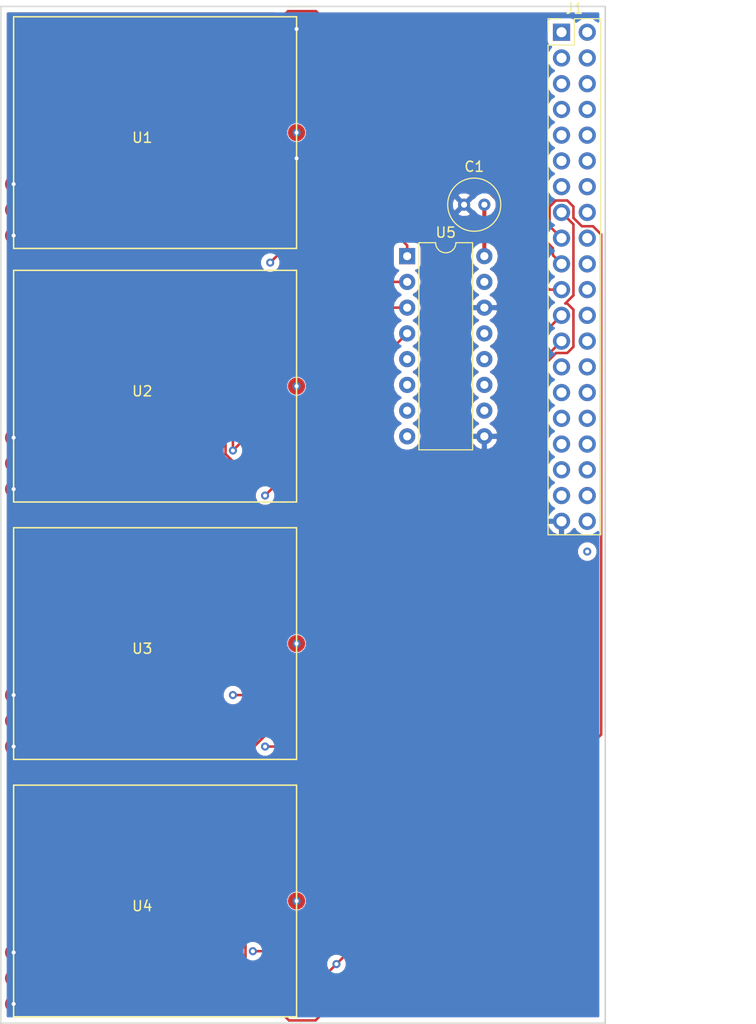
<source format=kicad_pcb>
(kicad_pcb (version 20171130) (host pcbnew 5.0.2-bee76a0~70~ubuntu18.04.1)

  (general
    (thickness 1.6)
    (drawings 4)
    (tracks 157)
    (zones 0)
    (modules 7)
    (nets 61)
  )

  (page A4)
  (layers
    (0 F.Cu mixed)
    (1 In1.Cu signal)
    (2 In2.Cu signal)
    (31 B.Cu power)
    (32 B.Adhes user)
    (33 F.Adhes user)
    (34 B.Paste user)
    (35 F.Paste user)
    (36 B.SilkS user)
    (37 F.SilkS user)
    (38 B.Mask user)
    (39 F.Mask user)
    (40 Dwgs.User user)
    (41 Cmts.User user)
    (42 Eco1.User user)
    (43 Eco2.User user)
    (44 Edge.Cuts user)
    (45 Margin user)
    (46 B.CrtYd user)
    (47 F.CrtYd user)
    (48 B.Fab user)
    (49 F.Fab user)
  )

  (setup
    (last_trace_width 0.25)
    (trace_clearance 0.2)
    (zone_clearance 0.508)
    (zone_45_only no)
    (trace_min 0.2)
    (segment_width 0.2)
    (edge_width 0.15)
    (via_size 0.8)
    (via_drill 0.4)
    (via_min_size 0.4)
    (via_min_drill 0.3)
    (uvia_size 0.3)
    (uvia_drill 0.1)
    (uvias_allowed no)
    (uvia_min_size 0.2)
    (uvia_min_drill 0.1)
    (pcb_text_width 0.3)
    (pcb_text_size 1.5 1.5)
    (mod_edge_width 0.15)
    (mod_text_size 1 1)
    (mod_text_width 0.15)
    (pad_size 1.524 1.524)
    (pad_drill 0.762)
    (pad_to_mask_clearance 0.051)
    (solder_mask_min_width 0.25)
    (aux_axis_origin 0 0)
    (visible_elements FFFFFF7F)
    (pcbplotparams
      (layerselection 0x010fc_ffffffff)
      (usegerberextensions false)
      (usegerberattributes false)
      (usegerberadvancedattributes false)
      (creategerberjobfile false)
      (excludeedgelayer true)
      (linewidth 0.100000)
      (plotframeref false)
      (viasonmask false)
      (mode 1)
      (useauxorigin false)
      (hpglpennumber 1)
      (hpglpenspeed 20)
      (hpglpendiameter 15.000000)
      (psnegative false)
      (psa4output false)
      (plotreference true)
      (plotvalue true)
      (plotinvisibletext false)
      (padsonsilk false)
      (subtractmaskfromsilk false)
      (outputformat 1)
      (mirror false)
      (drillshape 1)
      (scaleselection 1)
      (outputdirectory ""))
  )

  (net 0 "")
  (net 1 /RTC_A0)
  (net 2 GND)
  (net 3 /RTC_A1)
  (net 4 /MCP_CS_PIN)
  (net 5 /RTC_A2)
  (net 6 /MCP_DATA_PIN)
  (net 7 /RTC_A3)
  (net 8 "Net-(U5-Pad5)")
  (net 9 /MCP_CLK_PIN)
  (net 10 "Net-(U5-Pad6)")
  (net 11 "Net-(U5-Pad7)")
  (net 12 +3V3)
  (net 13 "Net-(U5-Pad8)")
  (net 14 "Net-(J1-Pad1)")
  (net 15 "Net-(J1-Pad2)")
  (net 16 "Net-(J1-Pad3)")
  (net 17 "Net-(J1-Pad4)")
  (net 18 "Net-(J1-Pad5)")
  (net 19 "Net-(J1-Pad6)")
  (net 20 "Net-(J1-Pad7)")
  (net 21 "Net-(J1-Pad8)")
  (net 22 "Net-(J1-Pad9)")
  (net 23 "Net-(J1-Pad10)")
  (net 24 "Net-(J1-Pad11)")
  (net 25 "Net-(J1-Pad12)")
  (net 26 "Net-(J1-Pad13)")
  (net 27 "Net-(J1-Pad14)")
  (net 28 /RTC_CS3)
  (net 29 "Net-(J1-Pad16)")
  (net 30 /RTC_CS2)
  (net 31 "Net-(J1-Pad18)")
  (net 32 /RTC_CS1)
  (net 33 "Net-(J1-Pad20)")
  (net 34 /RTC_CS0)
  (net 35 "Net-(J1-Pad22)")
  (net 36 /RTC_CLK)
  (net 37 /RTC_DATA)
  (net 38 "Net-(J1-Pad27)")
  (net 39 "Net-(J1-Pad29)")
  (net 40 "Net-(J1-Pad30)")
  (net 41 "Net-(J1-Pad31)")
  (net 42 "Net-(J1-Pad32)")
  (net 43 "Net-(J1-Pad33)")
  (net 44 "Net-(J1-Pad34)")
  (net 45 "Net-(J1-Pad35)")
  (net 46 "Net-(J1-Pad36)")
  (net 47 "Net-(J1-Pad37)")
  (net 48 +5V)
  (net 49 "Net-(U1-Pad2)")
  (net 50 "Net-(U1-Pad11)")
  (net 51 "Net-(U1-Pad10)")
  (net 52 "Net-(U2-Pad10)")
  (net 53 "Net-(U2-Pad11)")
  (net 54 "Net-(U2-Pad2)")
  (net 55 "Net-(U3-Pad10)")
  (net 56 "Net-(U3-Pad11)")
  (net 57 "Net-(U3-Pad2)")
  (net 58 "Net-(U4-Pad2)")
  (net 59 "Net-(U4-Pad11)")
  (net 60 "Net-(U4-Pad10)")

  (net_class Default "This is the default net class."
    (clearance 0.2)
    (trace_width 0.25)
    (via_dia 0.8)
    (via_drill 0.4)
    (uvia_dia 0.3)
    (uvia_drill 0.1)
    (add_net /MCP_CLK_PIN)
    (add_net /MCP_CS_PIN)
    (add_net /MCP_DATA_PIN)
    (add_net /RTC_A0)
    (add_net /RTC_A1)
    (add_net /RTC_A2)
    (add_net /RTC_A3)
    (add_net /RTC_CLK)
    (add_net /RTC_CS0)
    (add_net /RTC_CS1)
    (add_net /RTC_CS2)
    (add_net /RTC_CS3)
    (add_net /RTC_DATA)
    (add_net "Net-(J1-Pad1)")
    (add_net "Net-(J1-Pad10)")
    (add_net "Net-(J1-Pad11)")
    (add_net "Net-(J1-Pad12)")
    (add_net "Net-(J1-Pad13)")
    (add_net "Net-(J1-Pad14)")
    (add_net "Net-(J1-Pad16)")
    (add_net "Net-(J1-Pad18)")
    (add_net "Net-(J1-Pad2)")
    (add_net "Net-(J1-Pad20)")
    (add_net "Net-(J1-Pad22)")
    (add_net "Net-(J1-Pad27)")
    (add_net "Net-(J1-Pad29)")
    (add_net "Net-(J1-Pad3)")
    (add_net "Net-(J1-Pad30)")
    (add_net "Net-(J1-Pad31)")
    (add_net "Net-(J1-Pad32)")
    (add_net "Net-(J1-Pad33)")
    (add_net "Net-(J1-Pad34)")
    (add_net "Net-(J1-Pad35)")
    (add_net "Net-(J1-Pad36)")
    (add_net "Net-(J1-Pad37)")
    (add_net "Net-(J1-Pad4)")
    (add_net "Net-(J1-Pad5)")
    (add_net "Net-(J1-Pad6)")
    (add_net "Net-(J1-Pad7)")
    (add_net "Net-(J1-Pad8)")
    (add_net "Net-(J1-Pad9)")
    (add_net "Net-(U1-Pad10)")
    (add_net "Net-(U1-Pad11)")
    (add_net "Net-(U1-Pad2)")
    (add_net "Net-(U2-Pad10)")
    (add_net "Net-(U2-Pad11)")
    (add_net "Net-(U2-Pad2)")
    (add_net "Net-(U3-Pad10)")
    (add_net "Net-(U3-Pad11)")
    (add_net "Net-(U3-Pad2)")
    (add_net "Net-(U4-Pad10)")
    (add_net "Net-(U4-Pad11)")
    (add_net "Net-(U4-Pad2)")
    (add_net "Net-(U5-Pad5)")
    (add_net "Net-(U5-Pad6)")
    (add_net "Net-(U5-Pad7)")
    (add_net "Net-(U5-Pad8)")
  )

  (net_class power ""
    (clearance 0.4)
    (trace_width 0.4)
    (via_dia 0.8)
    (via_drill 0.4)
    (uvia_dia 0.3)
    (uvia_drill 0.1)
    (add_net +3V3)
    (add_net +5V)
    (add_net GND)
  )

  (module deets:RX5808 (layer F.Cu) (tedit 5D0E21D7) (tstamp 5E25A087)
    (at 100.33 130.175)
    (path /5E1279E8)
    (fp_text reference U4 (at -1.27 0.5) (layer F.SilkS)
      (effects (font (size 1 1) (thickness 0.15)))
    )
    (fp_text value RX5808 (at -1.27 -0.5) (layer F.Fab)
      (effects (font (size 1 1) (thickness 0.15)))
    )
    (fp_line (start -13.97 11.43) (end 13.97 11.43) (layer F.SilkS) (width 0.15))
    (fp_line (start -13.97 -11.43) (end -13.97 11.43) (layer F.SilkS) (width 0.15))
    (fp_line (start 13.97 -11.43) (end -13.97 -11.43) (layer F.SilkS) (width 0.15))
    (fp_line (start 13.97 11.43) (end 13.97 -11.43) (layer F.SilkS) (width 0.15))
    (pad 1 smd circle (at -13.97 5.08) (size 1.7 1.7) (layers F.Cu F.Mask)
      (net 2 GND))
    (pad 2 smd circle (at -13.97 7.62) (size 1.7 1.7) (layers F.Cu F.Mask)
      (net 58 "Net-(U4-Pad2)"))
    (pad 3 smd circle (at -13.97 10.16) (size 1.7 1.7) (layers F.Cu F.Mask)
      (net 2 GND))
    (pad 4 smd circle (at 13.97 10.16) (size 1.7 1.7) (layers F.Cu F.Mask)
      (net 37 /RTC_DATA))
    (pad 12 smd circle (at 13.97 -10.16) (size 1.7 1.7) (layers F.Cu F.Mask)
      (net 2 GND))
    (pad 5 smd circle (at 13.97 7.62) (size 1.7 1.7) (layers F.Cu F.Mask)
      (net 28 /RTC_CS3))
    (pad 11 smd circle (at 13.97 -7.62) (size 1.7 1.7) (layers F.Cu F.Mask)
      (net 59 "Net-(U4-Pad11)"))
    (pad 6 smd circle (at 13.97 5.08) (size 1.7 1.7) (layers F.Cu F.Mask)
      (net 36 /RTC_CLK))
    (pad 10 smd circle (at 13.97 -5.08) (size 1.7 1.7) (layers F.Cu F.Mask)
      (net 60 "Net-(U4-Pad10)"))
    (pad 9 smd circle (at 13.97 -2.54) (size 1.7 1.7) (layers F.Cu F.Mask)
      (net 7 /RTC_A3))
    (pad 8 smd circle (at 13.97 0) (size 1.7 1.7) (layers F.Cu F.Mask)
      (net 48 +5V))
    (pad 7 smd circle (at 13.97 2.54) (size 1.7 1.7) (layers F.Cu F.Mask)
      (net 2 GND))
    (model ${KIPRJMOD}/modules/kicad-lib/deets.pretty/rx5808.step
      (offset (xyz 0 0 1.523999977111816))
      (scale (xyz 1 1 1))
      (rotate (xyz 0 0 0))
    )
  )

  (module deets:RX5808 (layer F.Cu) (tedit 5D0E21D7) (tstamp 5E259FED)
    (at 100.33 104.775)
    (path /5E1278E1)
    (fp_text reference U3 (at -1.27 0.5) (layer F.SilkS)
      (effects (font (size 1 1) (thickness 0.15)))
    )
    (fp_text value RX5808 (at -1.27 -0.5) (layer F.Fab)
      (effects (font (size 1 1) (thickness 0.15)))
    )
    (fp_line (start 13.97 11.43) (end 13.97 -11.43) (layer F.SilkS) (width 0.15))
    (fp_line (start 13.97 -11.43) (end -13.97 -11.43) (layer F.SilkS) (width 0.15))
    (fp_line (start -13.97 -11.43) (end -13.97 11.43) (layer F.SilkS) (width 0.15))
    (fp_line (start -13.97 11.43) (end 13.97 11.43) (layer F.SilkS) (width 0.15))
    (pad 7 smd circle (at 13.97 2.54) (size 1.7 1.7) (layers F.Cu F.Mask)
      (net 2 GND))
    (pad 8 smd circle (at 13.97 0) (size 1.7 1.7) (layers F.Cu F.Mask)
      (net 48 +5V))
    (pad 9 smd circle (at 13.97 -2.54) (size 1.7 1.7) (layers F.Cu F.Mask)
      (net 5 /RTC_A2))
    (pad 10 smd circle (at 13.97 -5.08) (size 1.7 1.7) (layers F.Cu F.Mask)
      (net 55 "Net-(U3-Pad10)"))
    (pad 6 smd circle (at 13.97 5.08) (size 1.7 1.7) (layers F.Cu F.Mask)
      (net 36 /RTC_CLK))
    (pad 11 smd circle (at 13.97 -7.62) (size 1.7 1.7) (layers F.Cu F.Mask)
      (net 56 "Net-(U3-Pad11)"))
    (pad 5 smd circle (at 13.97 7.62) (size 1.7 1.7) (layers F.Cu F.Mask)
      (net 30 /RTC_CS2))
    (pad 12 smd circle (at 13.97 -10.16) (size 1.7 1.7) (layers F.Cu F.Mask)
      (net 2 GND))
    (pad 4 smd circle (at 13.97 10.16) (size 1.7 1.7) (layers F.Cu F.Mask)
      (net 37 /RTC_DATA))
    (pad 3 smd circle (at -13.97 10.16) (size 1.7 1.7) (layers F.Cu F.Mask)
      (net 2 GND))
    (pad 2 smd circle (at -13.97 7.62) (size 1.7 1.7) (layers F.Cu F.Mask)
      (net 57 "Net-(U3-Pad2)"))
    (pad 1 smd circle (at -13.97 5.08) (size 1.7 1.7) (layers F.Cu F.Mask)
      (net 2 GND))
    (model ${KIPRJMOD}/modules/kicad-lib/deets.pretty/rx5808.step
      (offset (xyz 0 0 1.523999977111816))
      (scale (xyz 1 1 1))
      (rotate (xyz 0 0 0))
    )
  )

  (module deets:RX5808 (layer F.Cu) (tedit 5D0E21D7) (tstamp 5E259F3F)
    (at 100.33 79.375)
    (path /5E127A60)
    (fp_text reference U2 (at -1.27 0.5) (layer F.SilkS)
      (effects (font (size 1 1) (thickness 0.15)))
    )
    (fp_text value RX5808 (at -1.27 -0.5) (layer F.Fab)
      (effects (font (size 1 1) (thickness 0.15)))
    )
    (fp_line (start 13.97 11.43) (end 13.97 -11.43) (layer F.SilkS) (width 0.15))
    (fp_line (start 13.97 -11.43) (end -13.97 -11.43) (layer F.SilkS) (width 0.15))
    (fp_line (start -13.97 -11.43) (end -13.97 11.43) (layer F.SilkS) (width 0.15))
    (fp_line (start -13.97 11.43) (end 13.97 11.43) (layer F.SilkS) (width 0.15))
    (pad 7 smd circle (at 13.97 2.54) (size 1.7 1.7) (layers F.Cu F.Mask)
      (net 2 GND))
    (pad 8 smd circle (at 13.97 0) (size 1.7 1.7) (layers F.Cu F.Mask)
      (net 48 +5V))
    (pad 9 smd circle (at 13.97 -2.54) (size 1.7 1.7) (layers F.Cu F.Mask)
      (net 3 /RTC_A1))
    (pad 10 smd circle (at 13.97 -5.08) (size 1.7 1.7) (layers F.Cu F.Mask)
      (net 52 "Net-(U2-Pad10)"))
    (pad 6 smd circle (at 13.97 5.08) (size 1.7 1.7) (layers F.Cu F.Mask)
      (net 36 /RTC_CLK))
    (pad 11 smd circle (at 13.97 -7.62) (size 1.7 1.7) (layers F.Cu F.Mask)
      (net 53 "Net-(U2-Pad11)"))
    (pad 5 smd circle (at 13.97 7.62) (size 1.7 1.7) (layers F.Cu F.Mask)
      (net 32 /RTC_CS1))
    (pad 12 smd circle (at 13.97 -10.16) (size 1.7 1.7) (layers F.Cu F.Mask)
      (net 2 GND))
    (pad 4 smd circle (at 13.97 10.16) (size 1.7 1.7) (layers F.Cu F.Mask)
      (net 37 /RTC_DATA))
    (pad 3 smd circle (at -13.97 10.16) (size 1.7 1.7) (layers F.Cu F.Mask)
      (net 2 GND))
    (pad 2 smd circle (at -13.97 7.62) (size 1.7 1.7) (layers F.Cu F.Mask)
      (net 54 "Net-(U2-Pad2)"))
    (pad 1 smd circle (at -13.97 5.08) (size 1.7 1.7) (layers F.Cu F.Mask)
      (net 2 GND))
    (model ${KIPRJMOD}/modules/kicad-lib/deets.pretty/rx5808.step
      (offset (xyz 0 0 1.523999977111816))
      (scale (xyz 1 1 1))
      (rotate (xyz 0 0 0))
    )
  )

  (module deets:RX5808 (layer F.Cu) (tedit 5D0E21D7) (tstamp 5E259AAC)
    (at 100.33 54.356)
    (path /5E127B57)
    (fp_text reference U1 (at -1.27 0.5) (layer F.SilkS)
      (effects (font (size 1 1) (thickness 0.15)))
    )
    (fp_text value RX5808 (at -1.27 -0.5) (layer F.Fab)
      (effects (font (size 1 1) (thickness 0.15)))
    )
    (fp_line (start -13.97 11.43) (end 13.97 11.43) (layer F.SilkS) (width 0.15))
    (fp_line (start -13.97 -11.43) (end -13.97 11.43) (layer F.SilkS) (width 0.15))
    (fp_line (start 13.97 -11.43) (end -13.97 -11.43) (layer F.SilkS) (width 0.15))
    (fp_line (start 13.97 11.43) (end 13.97 -11.43) (layer F.SilkS) (width 0.15))
    (pad 1 smd circle (at -13.97 5.08) (size 1.7 1.7) (layers F.Cu F.Mask)
      (net 2 GND))
    (pad 2 smd circle (at -13.97 7.62) (size 1.7 1.7) (layers F.Cu F.Mask)
      (net 49 "Net-(U1-Pad2)"))
    (pad 3 smd circle (at -13.97 10.16) (size 1.7 1.7) (layers F.Cu F.Mask)
      (net 2 GND))
    (pad 4 smd circle (at 13.97 10.16) (size 1.7 1.7) (layers F.Cu F.Mask)
      (net 37 /RTC_DATA))
    (pad 12 smd circle (at 13.97 -10.16) (size 1.7 1.7) (layers F.Cu F.Mask)
      (net 2 GND))
    (pad 5 smd circle (at 13.97 7.62) (size 1.7 1.7) (layers F.Cu F.Mask)
      (net 34 /RTC_CS0))
    (pad 11 smd circle (at 13.97 -7.62) (size 1.7 1.7) (layers F.Cu F.Mask)
      (net 50 "Net-(U1-Pad11)"))
    (pad 6 smd circle (at 13.97 5.08) (size 1.7 1.7) (layers F.Cu F.Mask)
      (net 36 /RTC_CLK))
    (pad 10 smd circle (at 13.97 -5.08) (size 1.7 1.7) (layers F.Cu F.Mask)
      (net 51 "Net-(U1-Pad10)"))
    (pad 9 smd circle (at 13.97 -2.54) (size 1.7 1.7) (layers F.Cu F.Mask)
      (net 1 /RTC_A0))
    (pad 8 smd circle (at 13.97 0) (size 1.7 1.7) (layers F.Cu F.Mask)
      (net 48 +5V))
    (pad 7 smd circle (at 13.97 2.54) (size 1.7 1.7) (layers F.Cu F.Mask)
      (net 2 GND))
    (model ${KIPRJMOD}/modules/kicad-lib/deets.pretty/rx5808.step
      (offset (xyz 0 0 1.523999977111816))
      (scale (xyz 1 1 1))
      (rotate (xyz 0 0 0))
    )
  )

  (module Connector_PinHeader_2.54mm:PinHeader_2x20_P2.54mm_Vertical (layer F.Cu) (tedit 59FED5CC) (tstamp 5E1E97F2)
    (at 140.462 44.45)
    (descr "Through hole straight pin header, 2x20, 2.54mm pitch, double rows")
    (tags "Through hole pin header THT 2x20 2.54mm double row")
    (path /5E126DC7)
    (fp_text reference J1 (at 1.27 -2.33) (layer F.SilkS)
      (effects (font (size 1 1) (thickness 0.15)))
    )
    (fp_text value propeller-quickstart-40000-rev-b-connector (at 1.27 50.59) (layer F.Fab)
      (effects (font (size 1 1) (thickness 0.15)))
    )
    (fp_line (start 0 -1.27) (end 3.81 -1.27) (layer F.Fab) (width 0.1))
    (fp_line (start 3.81 -1.27) (end 3.81 49.53) (layer F.Fab) (width 0.1))
    (fp_line (start 3.81 49.53) (end -1.27 49.53) (layer F.Fab) (width 0.1))
    (fp_line (start -1.27 49.53) (end -1.27 0) (layer F.Fab) (width 0.1))
    (fp_line (start -1.27 0) (end 0 -1.27) (layer F.Fab) (width 0.1))
    (fp_line (start -1.33 49.59) (end 3.87 49.59) (layer F.SilkS) (width 0.12))
    (fp_line (start -1.33 1.27) (end -1.33 49.59) (layer F.SilkS) (width 0.12))
    (fp_line (start 3.87 -1.33) (end 3.87 49.59) (layer F.SilkS) (width 0.12))
    (fp_line (start -1.33 1.27) (end 1.27 1.27) (layer F.SilkS) (width 0.12))
    (fp_line (start 1.27 1.27) (end 1.27 -1.33) (layer F.SilkS) (width 0.12))
    (fp_line (start 1.27 -1.33) (end 3.87 -1.33) (layer F.SilkS) (width 0.12))
    (fp_line (start -1.33 0) (end -1.33 -1.33) (layer F.SilkS) (width 0.12))
    (fp_line (start -1.33 -1.33) (end 0 -1.33) (layer F.SilkS) (width 0.12))
    (fp_line (start -1.8 -1.8) (end -1.8 50.05) (layer F.CrtYd) (width 0.05))
    (fp_line (start -1.8 50.05) (end 4.35 50.05) (layer F.CrtYd) (width 0.05))
    (fp_line (start 4.35 50.05) (end 4.35 -1.8) (layer F.CrtYd) (width 0.05))
    (fp_line (start 4.35 -1.8) (end -1.8 -1.8) (layer F.CrtYd) (width 0.05))
    (fp_text user %R (at 1.27 24.13 90) (layer F.Fab)
      (effects (font (size 1 1) (thickness 0.15)))
    )
    (pad 1 thru_hole rect (at 0 0) (size 1.7 1.7) (drill 1) (layers *.Cu *.Mask)
      (net 14 "Net-(J1-Pad1)"))
    (pad 2 thru_hole oval (at 2.54 0) (size 1.7 1.7) (drill 1) (layers *.Cu *.Mask)
      (net 15 "Net-(J1-Pad2)"))
    (pad 3 thru_hole oval (at 0 2.54) (size 1.7 1.7) (drill 1) (layers *.Cu *.Mask)
      (net 16 "Net-(J1-Pad3)"))
    (pad 4 thru_hole oval (at 2.54 2.54) (size 1.7 1.7) (drill 1) (layers *.Cu *.Mask)
      (net 17 "Net-(J1-Pad4)"))
    (pad 5 thru_hole oval (at 0 5.08) (size 1.7 1.7) (drill 1) (layers *.Cu *.Mask)
      (net 18 "Net-(J1-Pad5)"))
    (pad 6 thru_hole oval (at 2.54 5.08) (size 1.7 1.7) (drill 1) (layers *.Cu *.Mask)
      (net 19 "Net-(J1-Pad6)"))
    (pad 7 thru_hole oval (at 0 7.62) (size 1.7 1.7) (drill 1) (layers *.Cu *.Mask)
      (net 20 "Net-(J1-Pad7)"))
    (pad 8 thru_hole oval (at 2.54 7.62) (size 1.7 1.7) (drill 1) (layers *.Cu *.Mask)
      (net 21 "Net-(J1-Pad8)"))
    (pad 9 thru_hole oval (at 0 10.16) (size 1.7 1.7) (drill 1) (layers *.Cu *.Mask)
      (net 22 "Net-(J1-Pad9)"))
    (pad 10 thru_hole oval (at 2.54 10.16) (size 1.7 1.7) (drill 1) (layers *.Cu *.Mask)
      (net 23 "Net-(J1-Pad10)"))
    (pad 11 thru_hole oval (at 0 12.7) (size 1.7 1.7) (drill 1) (layers *.Cu *.Mask)
      (net 24 "Net-(J1-Pad11)"))
    (pad 12 thru_hole oval (at 2.54 12.7) (size 1.7 1.7) (drill 1) (layers *.Cu *.Mask)
      (net 25 "Net-(J1-Pad12)"))
    (pad 13 thru_hole oval (at 0 15.24) (size 1.7 1.7) (drill 1) (layers *.Cu *.Mask)
      (net 26 "Net-(J1-Pad13)"))
    (pad 14 thru_hole oval (at 2.54 15.24) (size 1.7 1.7) (drill 1) (layers *.Cu *.Mask)
      (net 27 "Net-(J1-Pad14)"))
    (pad 15 thru_hole oval (at 0 17.78) (size 1.7 1.7) (drill 1) (layers *.Cu *.Mask)
      (net 28 /RTC_CS3))
    (pad 16 thru_hole oval (at 2.54 17.78) (size 1.7 1.7) (drill 1) (layers *.Cu *.Mask)
      (net 29 "Net-(J1-Pad16)"))
    (pad 17 thru_hole oval (at 0 20.32) (size 1.7 1.7) (drill 1) (layers *.Cu *.Mask)
      (net 30 /RTC_CS2))
    (pad 18 thru_hole oval (at 2.54 20.32) (size 1.7 1.7) (drill 1) (layers *.Cu *.Mask)
      (net 31 "Net-(J1-Pad18)"))
    (pad 19 thru_hole oval (at 0 22.86) (size 1.7 1.7) (drill 1) (layers *.Cu *.Mask)
      (net 32 /RTC_CS1))
    (pad 20 thru_hole oval (at 2.54 22.86) (size 1.7 1.7) (drill 1) (layers *.Cu *.Mask)
      (net 33 "Net-(J1-Pad20)"))
    (pad 21 thru_hole oval (at 0 25.4) (size 1.7 1.7) (drill 1) (layers *.Cu *.Mask)
      (net 34 /RTC_CS0))
    (pad 22 thru_hole oval (at 2.54 25.4) (size 1.7 1.7) (drill 1) (layers *.Cu *.Mask)
      (net 35 "Net-(J1-Pad22)"))
    (pad 23 thru_hole oval (at 0 27.94) (size 1.7 1.7) (drill 1) (layers *.Cu *.Mask)
      (net 36 /RTC_CLK))
    (pad 24 thru_hole oval (at 2.54 27.94) (size 1.7 1.7) (drill 1) (layers *.Cu *.Mask)
      (net 6 /MCP_DATA_PIN))
    (pad 25 thru_hole oval (at 0 30.48) (size 1.7 1.7) (drill 1) (layers *.Cu *.Mask)
      (net 37 /RTC_DATA))
    (pad 26 thru_hole oval (at 2.54 30.48) (size 1.7 1.7) (drill 1) (layers *.Cu *.Mask)
      (net 9 /MCP_CLK_PIN))
    (pad 27 thru_hole oval (at 0 33.02) (size 1.7 1.7) (drill 1) (layers *.Cu *.Mask)
      (net 38 "Net-(J1-Pad27)"))
    (pad 28 thru_hole oval (at 2.54 33.02) (size 1.7 1.7) (drill 1) (layers *.Cu *.Mask)
      (net 4 /MCP_CS_PIN))
    (pad 29 thru_hole oval (at 0 35.56) (size 1.7 1.7) (drill 1) (layers *.Cu *.Mask)
      (net 39 "Net-(J1-Pad29)"))
    (pad 30 thru_hole oval (at 2.54 35.56) (size 1.7 1.7) (drill 1) (layers *.Cu *.Mask)
      (net 40 "Net-(J1-Pad30)"))
    (pad 31 thru_hole oval (at 0 38.1) (size 1.7 1.7) (drill 1) (layers *.Cu *.Mask)
      (net 41 "Net-(J1-Pad31)"))
    (pad 32 thru_hole oval (at 2.54 38.1) (size 1.7 1.7) (drill 1) (layers *.Cu *.Mask)
      (net 42 "Net-(J1-Pad32)"))
    (pad 33 thru_hole oval (at 0 40.64) (size 1.7 1.7) (drill 1) (layers *.Cu *.Mask)
      (net 43 "Net-(J1-Pad33)"))
    (pad 34 thru_hole oval (at 2.54 40.64) (size 1.7 1.7) (drill 1) (layers *.Cu *.Mask)
      (net 44 "Net-(J1-Pad34)"))
    (pad 35 thru_hole oval (at 0 43.18) (size 1.7 1.7) (drill 1) (layers *.Cu *.Mask)
      (net 45 "Net-(J1-Pad35)"))
    (pad 36 thru_hole oval (at 2.54 43.18) (size 1.7 1.7) (drill 1) (layers *.Cu *.Mask)
      (net 46 "Net-(J1-Pad36)"))
    (pad 37 thru_hole oval (at 0 45.72) (size 1.7 1.7) (drill 1) (layers *.Cu *.Mask)
      (net 47 "Net-(J1-Pad37)"))
    (pad 38 thru_hole oval (at 2.54 45.72) (size 1.7 1.7) (drill 1) (layers *.Cu *.Mask)
      (net 12 +3V3))
    (pad 39 thru_hole oval (at 0 48.26) (size 1.7 1.7) (drill 1) (layers *.Cu *.Mask)
      (net 2 GND))
    (pad 40 thru_hole oval (at 2.54 48.26) (size 1.7 1.7) (drill 1) (layers *.Cu *.Mask)
      (net 48 +5V))
    (model ${KISYS3DMOD}/Connector_PinHeader_2.54mm.3dshapes/PinHeader_2x20_P2.54mm_Vertical.wrl
      (at (xyz 0 0 0))
      (scale (xyz 1 1 1))
      (rotate (xyz 0 0 0))
    )
  )

  (module Package_DIP:DIP-16_W7.62mm (layer F.Cu) (tedit 5A02E8C5) (tstamp 5E1E970D)
    (at 125.222 66.548)
    (descr "16-lead though-hole mounted DIP package, row spacing 7.62 mm (300 mils)")
    (tags "THT DIP DIL PDIP 2.54mm 7.62mm 300mil")
    (path /5E126F4E)
    (fp_text reference U5 (at 3.81 -2.33) (layer F.SilkS)
      (effects (font (size 1 1) (thickness 0.15)))
    )
    (fp_text value MCP3008 (at 3.81 20.11) (layer F.Fab)
      (effects (font (size 1 1) (thickness 0.15)))
    )
    (fp_text user %R (at 3.81 8.89) (layer F.Fab)
      (effects (font (size 1 1) (thickness 0.15)))
    )
    (fp_line (start 8.7 -1.55) (end -1.1 -1.55) (layer F.CrtYd) (width 0.05))
    (fp_line (start 8.7 19.3) (end 8.7 -1.55) (layer F.CrtYd) (width 0.05))
    (fp_line (start -1.1 19.3) (end 8.7 19.3) (layer F.CrtYd) (width 0.05))
    (fp_line (start -1.1 -1.55) (end -1.1 19.3) (layer F.CrtYd) (width 0.05))
    (fp_line (start 6.46 -1.33) (end 4.81 -1.33) (layer F.SilkS) (width 0.12))
    (fp_line (start 6.46 19.11) (end 6.46 -1.33) (layer F.SilkS) (width 0.12))
    (fp_line (start 1.16 19.11) (end 6.46 19.11) (layer F.SilkS) (width 0.12))
    (fp_line (start 1.16 -1.33) (end 1.16 19.11) (layer F.SilkS) (width 0.12))
    (fp_line (start 2.81 -1.33) (end 1.16 -1.33) (layer F.SilkS) (width 0.12))
    (fp_line (start 0.635 -0.27) (end 1.635 -1.27) (layer F.Fab) (width 0.1))
    (fp_line (start 0.635 19.05) (end 0.635 -0.27) (layer F.Fab) (width 0.1))
    (fp_line (start 6.985 19.05) (end 0.635 19.05) (layer F.Fab) (width 0.1))
    (fp_line (start 6.985 -1.27) (end 6.985 19.05) (layer F.Fab) (width 0.1))
    (fp_line (start 1.635 -1.27) (end 6.985 -1.27) (layer F.Fab) (width 0.1))
    (fp_arc (start 3.81 -1.33) (end 2.81 -1.33) (angle -180) (layer F.SilkS) (width 0.12))
    (pad 16 thru_hole oval (at 7.62 0) (size 1.6 1.6) (drill 0.8) (layers *.Cu *.Mask)
      (net 12 +3V3))
    (pad 8 thru_hole oval (at 0 17.78) (size 1.6 1.6) (drill 0.8) (layers *.Cu *.Mask)
      (net 13 "Net-(U5-Pad8)"))
    (pad 15 thru_hole oval (at 7.62 2.54) (size 1.6 1.6) (drill 0.8) (layers *.Cu *.Mask)
      (net 12 +3V3))
    (pad 7 thru_hole oval (at 0 15.24) (size 1.6 1.6) (drill 0.8) (layers *.Cu *.Mask)
      (net 11 "Net-(U5-Pad7)"))
    (pad 14 thru_hole oval (at 7.62 5.08) (size 1.6 1.6) (drill 0.8) (layers *.Cu *.Mask)
      (net 2 GND))
    (pad 6 thru_hole oval (at 0 12.7) (size 1.6 1.6) (drill 0.8) (layers *.Cu *.Mask)
      (net 10 "Net-(U5-Pad6)"))
    (pad 13 thru_hole oval (at 7.62 7.62) (size 1.6 1.6) (drill 0.8) (layers *.Cu *.Mask)
      (net 9 /MCP_CLK_PIN))
    (pad 5 thru_hole oval (at 0 10.16) (size 1.6 1.6) (drill 0.8) (layers *.Cu *.Mask)
      (net 8 "Net-(U5-Pad5)"))
    (pad 12 thru_hole oval (at 7.62 10.16) (size 1.6 1.6) (drill 0.8) (layers *.Cu *.Mask)
      (net 6 /MCP_DATA_PIN))
    (pad 4 thru_hole oval (at 0 7.62) (size 1.6 1.6) (drill 0.8) (layers *.Cu *.Mask)
      (net 7 /RTC_A3))
    (pad 11 thru_hole oval (at 7.62 12.7) (size 1.6 1.6) (drill 0.8) (layers *.Cu *.Mask)
      (net 6 /MCP_DATA_PIN))
    (pad 3 thru_hole oval (at 0 5.08) (size 1.6 1.6) (drill 0.8) (layers *.Cu *.Mask)
      (net 5 /RTC_A2))
    (pad 10 thru_hole oval (at 7.62 15.24) (size 1.6 1.6) (drill 0.8) (layers *.Cu *.Mask)
      (net 4 /MCP_CS_PIN))
    (pad 2 thru_hole oval (at 0 2.54) (size 1.6 1.6) (drill 0.8) (layers *.Cu *.Mask)
      (net 3 /RTC_A1))
    (pad 9 thru_hole oval (at 7.62 17.78) (size 1.6 1.6) (drill 0.8) (layers *.Cu *.Mask)
      (net 2 GND))
    (pad 1 thru_hole rect (at 0 0) (size 1.6 1.6) (drill 0.8) (layers *.Cu *.Mask)
      (net 1 /RTC_A0))
    (model ${KISYS3DMOD}/Package_DIP.3dshapes/DIP-16_W7.62mm.wrl
      (at (xyz 0 0 0))
      (scale (xyz 1 1 1))
      (rotate (xyz 0 0 0))
    )
  )

  (module Capacitor_THT:C_Radial_D5.0mm_H5.0mm_P2.00mm (layer F.Cu) (tedit 5BC5C9B9) (tstamp 5E1F94B7)
    (at 130.842 61.468)
    (descr "C, Radial series, Radial, pin pitch=2.00mm, diameter=5mm, height=5mm, Non-Polar Electrolytic Capacitor")
    (tags "C Radial series Radial pin pitch 2.00mm diameter 5mm height 5mm Non-Polar Electrolytic Capacitor")
    (path /5E13CED2)
    (fp_text reference C1 (at 1 -3.75) (layer F.SilkS)
      (effects (font (size 1 1) (thickness 0.15)))
    )
    (fp_text value 1uF (at 1 3.75) (layer F.Fab)
      (effects (font (size 1 1) (thickness 0.15)))
    )
    (fp_circle (center 1 0) (end 3.5 0) (layer F.Fab) (width 0.1))
    (fp_circle (center 1 0) (end 3.62 0) (layer F.SilkS) (width 0.12))
    (fp_circle (center 1 0) (end 3.75 0) (layer F.CrtYd) (width 0.05))
    (fp_text user %R (at 1 0) (layer F.Fab)
      (effects (font (size 1 1) (thickness 0.15)))
    )
    (pad 1 thru_hole circle (at 0 0) (size 1.2 1.2) (drill 0.6) (layers *.Cu *.Mask)
      (net 2 GND))
    (pad 2 thru_hole circle (at 2 0) (size 1.2 1.2) (drill 0.6) (layers *.Cu *.Mask)
      (net 12 +3V3))
    (model ${KISYS3DMOD}/Capacitor_THT.3dshapes/C_Radial_D5.0mm_H5.0mm_P2.00mm.wrl
      (at (xyz 0 0 0))
      (scale (xyz 1 1 1))
      (rotate (xyz 0 0 0))
    )
  )

  (gr_line (start 144.78 41.91) (end 144.78 142.24) (layer Edge.Cuts) (width 0.15))
  (gr_line (start 144.78 142.24) (end 85.09 142.24) (layer Edge.Cuts) (width 0.15))
  (gr_line (start 85.09 41.91) (end 144.78 41.91) (layer Edge.Cuts) (width 0.15))
  (gr_line (start 85.09 142.24) (end 85.09 41.91) (layer Edge.Cuts) (width 0.15))

  (via (at 114.3 54.356) (size 0.8) (drill 0.4) (layers F.Cu B.Cu) (net 48))
  (via (at 114.3 79.375) (size 0.8) (drill 0.4) (layers F.Cu B.Cu) (net 48))
  (via (at 114.3 104.775) (size 0.8) (drill 0.4) (layers F.Cu B.Cu) (net 48))
  (via (at 114.3 130.175) (size 0.8) (drill 0.4) (layers F.Cu B.Cu) (net 48))
  (via (at 86.36 140.335) (size 0.8) (drill 0.4) (layers F.Cu B.Cu) (net 2))
  (via (at 86.36 135.255) (size 0.8) (drill 0.4) (layers F.Cu B.Cu) (net 2))
  (via (at 86.36 114.935) (size 0.8) (drill 0.4) (layers F.Cu B.Cu) (net 2))
  (via (at 86.36 109.855) (size 0.8) (drill 0.4) (layers F.Cu B.Cu) (net 2))
  (via (at 86.36 89.535) (size 0.8) (drill 0.4) (layers F.Cu B.Cu) (net 2))
  (via (at 86.36 84.455) (size 0.8) (drill 0.4) (layers F.Cu B.Cu) (net 2))
  (via (at 86.36 64.516) (size 0.8) (drill 0.4) (layers F.Cu B.Cu) (net 2))
  (via (at 86.36 59.436) (size 0.8) (drill 0.4) (layers F.Cu B.Cu) (net 2))
  (via (at 114.3 44.1325) (size 0.8) (drill 0.4) (layers F.Cu B.Cu) (net 2))
  (segment (start 125.222 65.498) (end 120.0785 60.3545) (width 0.25) (layer F.Cu) (net 1))
  (segment (start 125.222 66.548) (end 125.222 65.498) (width 0.25) (layer F.Cu) (net 1))
  (segment (start 120.0785 57.5945) (end 114.3 51.816) (width 0.25) (layer F.Cu) (net 1))
  (segment (start 120.0785 60.3545) (end 120.0785 57.5945) (width 0.25) (layer F.Cu) (net 1))
  (via (at 114.3 56.896) (size 0.8) (drill 0.4) (layers F.Cu B.Cu) (net 2))
  (segment (start 122.047 69.088) (end 114.3 76.835) (width 0.25) (layer F.Cu) (net 3))
  (segment (start 125.222 69.088) (end 122.047 69.088) (width 0.25) (layer F.Cu) (net 3))
  (segment (start 141.637001 78.834999) (end 142.152001 78.319999) (width 0.25) (layer In1.Cu) (net 4))
  (segment (start 135.795001 78.834999) (end 141.637001 78.834999) (width 0.25) (layer In1.Cu) (net 4))
  (segment (start 142.152001 78.319999) (end 143.002 77.47) (width 0.25) (layer In1.Cu) (net 4))
  (segment (start 132.842 81.788) (end 135.795001 78.834999) (width 0.25) (layer In1.Cu) (net 4))
  (segment (start 117.475 77.1525) (end 122.9995 71.628) (width 0.25) (layer F.Cu) (net 5))
  (segment (start 122.9995 71.628) (end 125.222 71.628) (width 0.25) (layer F.Cu) (net 5))
  (segment (start 114.3 102.235) (end 117.475 99.06) (width 0.25) (layer F.Cu) (net 5))
  (segment (start 117.475 99.06) (end 117.475 77.1525) (width 0.25) (layer F.Cu) (net 5))
  (segment (start 141.826999 73.565001) (end 142.152001 73.239999) (width 0.25) (layer In1.Cu) (net 6))
  (segment (start 139.897999 73.565001) (end 141.826999 73.565001) (width 0.25) (layer In1.Cu) (net 6))
  (segment (start 142.152001 73.239999) (end 143.002 72.39) (width 0.25) (layer In1.Cu) (net 6))
  (segment (start 139.285999 72.953001) (end 139.897999 73.565001) (width 0.25) (layer In1.Cu) (net 6))
  (segment (start 132.391997 72.953001) (end 139.285999 72.953001) (width 0.25) (layer In1.Cu) (net 6))
  (segment (start 131.716999 73.627999) (end 132.391997 72.953001) (width 0.25) (layer In1.Cu) (net 6))
  (segment (start 131.716999 75.582999) (end 131.716999 73.627999) (width 0.25) (layer In1.Cu) (net 6))
  (segment (start 132.842 76.708) (end 131.716999 75.582999) (width 0.25) (layer In1.Cu) (net 6))
  (segment (start 132.842 78.11663) (end 132.842 76.708) (width 0.25) (layer In1.Cu) (net 6))
  (segment (start 132.842 79.248) (end 132.842 78.11663) (width 0.25) (layer In1.Cu) (net 6))
  (segment (start 125.222 74.168) (end 120.65 78.74) (width 0.25) (layer F.Cu) (net 7))
  (segment (start 120.65 121.285) (end 114.3 127.635) (width 0.25) (layer F.Cu) (net 7))
  (segment (start 120.65 78.74) (end 120.65 121.285) (width 0.25) (layer F.Cu) (net 7))
  (segment (start 141.826999 76.105001) (end 142.152001 75.779999) (width 0.25) (layer In1.Cu) (net 9))
  (segment (start 142.152001 75.779999) (end 143.002 74.93) (width 0.25) (layer In1.Cu) (net 9))
  (segment (start 134.779001 76.105001) (end 141.826999 76.105001) (width 0.25) (layer In1.Cu) (net 9))
  (segment (start 132.842 74.168) (end 134.779001 76.105001) (width 0.25) (layer In1.Cu) (net 9))
  (segment (start 132.842 66.548) (end 132.842 61.468) (width 0.4) (layer F.Cu) (net 12))
  (segment (start 133.641999 69.887999) (end 132.842 69.088) (width 0.4) (layer In2.Cu) (net 12))
  (segment (start 134.242001 70.488001) (end 133.641999 69.887999) (width 0.4) (layer In2.Cu) (net 12))
  (segment (start 134.242001 88.636003) (end 134.242001 70.488001) (width 0.4) (layer In2.Cu) (net 12))
  (segment (start 139.765999 94.160001) (end 134.242001 88.636003) (width 0.4) (layer In2.Cu) (net 12))
  (segment (start 143.698001 94.160001) (end 139.765999 94.160001) (width 0.4) (layer In2.Cu) (net 12))
  (segment (start 144.452001 93.406001) (end 143.698001 94.160001) (width 0.4) (layer In2.Cu) (net 12))
  (segment (start 144.452001 91.620001) (end 144.452001 93.406001) (width 0.4) (layer In2.Cu) (net 12))
  (segment (start 143.002 90.17) (end 144.452001 91.620001) (width 0.4) (layer In2.Cu) (net 12))
  (segment (start 132.842 69.088) (end 132.842 66.548) (width 0.4) (layer In2.Cu) (net 12))
  (segment (start 141.311999 63.079999) (end 140.462 62.23) (width 0.25) (layer F.Cu) (net 28))
  (segment (start 140.836003 71.214999) (end 141.637001 70.414001) (width 0.25) (layer F.Cu) (net 28))
  (segment (start 141.026001 71.214999) (end 140.836003 71.214999) (width 0.25) (layer F.Cu) (net 28))
  (segment (start 141.637001 71.825999) (end 141.026001 71.214999) (width 0.25) (layer F.Cu) (net 28))
  (segment (start 141.637001 75.494001) (end 141.637001 71.825999) (width 0.25) (layer F.Cu) (net 28))
  (segment (start 141.026001 76.105001) (end 141.637001 75.494001) (width 0.25) (layer F.Cu) (net 28))
  (segment (start 139.923409 76.105001) (end 141.026001 76.105001) (width 0.25) (layer F.Cu) (net 28))
  (segment (start 138.303 77.72541) (end 139.923409 76.105001) (width 0.25) (layer F.Cu) (net 28))
  (segment (start 141.637001 70.414001) (end 141.637001 63.405001) (width 0.25) (layer F.Cu) (net 28))
  (segment (start 138.303 118.071002) (end 138.303 77.72541) (width 0.25) (layer F.Cu) (net 28))
  (segment (start 141.637001 63.405001) (end 141.311999 63.079999) (width 0.25) (layer F.Cu) (net 28))
  (segment (start 114.864001 141.510001) (end 138.303 118.071002) (width 0.25) (layer F.Cu) (net 28))
  (segment (start 113.735999 141.510001) (end 114.864001 141.510001) (width 0.25) (layer F.Cu) (net 28))
  (segment (start 113.124999 140.899001) (end 113.735999 141.510001) (width 0.25) (layer F.Cu) (net 28))
  (segment (start 113.124999 138.970001) (end 113.124999 140.899001) (width 0.25) (layer F.Cu) (net 28))
  (segment (start 114.3 137.795) (end 113.124999 138.970001) (width 0.25) (layer F.Cu) (net 28))
  (segment (start 114.3 112.395) (end 112.655498 112.395) (width 0.25) (layer F.Cu) (net 30))
  (segment (start 109.256999 137.667411) (end 109.256999 115.793499) (width 0.25) (layer F.Cu) (net 30))
  (segment (start 116.167489 141.960011) (end 113.549599 141.960011) (width 0.25) (layer F.Cu) (net 30))
  (segment (start 144.377001 113.750499) (end 116.167489 141.960011) (width 0.25) (layer F.Cu) (net 30))
  (segment (start 144.377001 64.405999) (end 144.377001 113.750499) (width 0.25) (layer F.Cu) (net 30))
  (segment (start 109.256999 115.793499) (end 110.5535 114.496998) (width 0.25) (layer F.Cu) (net 30))
  (segment (start 139.286999 63.594999) (end 139.286999 61.665999) (width 0.25) (layer F.Cu) (net 30))
  (segment (start 141.637001 62.768591) (end 142.463409 63.594999) (width 0.25) (layer F.Cu) (net 30))
  (segment (start 112.655498 112.395) (end 110.5535 114.496998) (width 0.25) (layer F.Cu) (net 30))
  (segment (start 113.549599 141.960011) (end 109.256999 137.667411) (width 0.25) (layer F.Cu) (net 30))
  (segment (start 139.286999 61.665999) (end 139.897999 61.054999) (width 0.25) (layer F.Cu) (net 30))
  (segment (start 141.026001 61.054999) (end 141.637001 61.665999) (width 0.25) (layer F.Cu) (net 30))
  (segment (start 140.462 64.77) (end 139.286999 63.594999) (width 0.25) (layer F.Cu) (net 30))
  (segment (start 143.566001 63.594999) (end 144.377001 64.405999) (width 0.25) (layer F.Cu) (net 30))
  (segment (start 110.5535 114.496998) (end 110.463499 114.586999) (width 0.25) (layer F.Cu) (net 30))
  (segment (start 141.637001 61.665999) (end 141.637001 62.768591) (width 0.25) (layer F.Cu) (net 30))
  (segment (start 139.897999 61.054999) (end 141.026001 61.054999) (width 0.25) (layer F.Cu) (net 30))
  (segment (start 142.463409 63.594999) (end 143.566001 63.594999) (width 0.25) (layer F.Cu) (net 30))
  (segment (start 113.453599 42.370989) (end 116.221489 42.370989) (width 0.25) (layer F.Cu) (net 32))
  (segment (start 107.288499 48.536089) (end 113.453599 42.370989) (width 0.25) (layer F.Cu) (net 32))
  (segment (start 107.288499 86.073001) (end 107.288499 48.536089) (width 0.25) (layer F.Cu) (net 32))
  (segment (start 114.3 86.995) (end 108.210498 86.995) (width 0.25) (layer F.Cu) (net 32))
  (segment (start 108.210498 86.995) (end 107.288499 86.073001) (width 0.25) (layer F.Cu) (net 32))
  (segment (start 139.612001 66.460001) (end 140.462 67.31) (width 0.25) (layer F.Cu) (net 32))
  (segment (start 139.612001 65.761501) (end 139.612001 66.460001) (width 0.25) (layer F.Cu) (net 32))
  (segment (start 116.221489 42.370989) (end 139.612001 65.761501) (width 0.25) (layer F.Cu) (net 32))
  (segment (start 139.259919 69.85) (end 137.795 68.385081) (width 0.25) (layer F.Cu) (net 34))
  (segment (start 140.462 69.85) (end 139.259919 69.85) (width 0.25) (layer F.Cu) (net 34))
  (segment (start 115.860001 42.820999) (end 113.639999 42.820999) (width 0.25) (layer F.Cu) (net 34))
  (segment (start 137.795 68.385081) (end 137.795 64.755998) (width 0.25) (layer F.Cu) (net 34))
  (segment (start 113.639999 42.820999) (end 111.76 44.700998) (width 0.25) (layer F.Cu) (net 34))
  (segment (start 137.795 64.755998) (end 115.860001 42.820999) (width 0.25) (layer F.Cu) (net 34))
  (segment (start 111.76 59.436) (end 114.3 61.976) (width 0.25) (layer F.Cu) (net 34))
  (segment (start 111.76 44.700998) (end 111.76 59.436) (width 0.25) (layer F.Cu) (net 34))
  (segment (start 114.3 84.455) (end 109.2835 84.455) (width 0.25) (layer F.Cu) (net 36))
  (segment (start 109.2835 84.455) (end 108.0135 85.725) (width 0.25) (layer F.Cu) (net 36))
  (segment (start 108.0135 85.725) (end 108.0135 85.725) (width 0.25) (layer F.Cu) (net 36) (tstamp 5E1F9652))
  (via (at 108.0135 85.725) (size 0.8) (drill 0.4) (layers F.Cu B.Cu) (net 36))
  (via (at 108.0135 109.855) (size 0.8) (drill 0.4) (layers F.Cu B.Cu) (net 36))
  (segment (start 114.3 109.855) (end 108.0135 109.855) (width 0.25) (layer F.Cu) (net 36))
  (segment (start 108.0135 85.725) (end 108.0135 109.855) (width 0.25) (layer In1.Cu) (net 36))
  (segment (start 108.0135 109.855) (end 108.0135 132.3975) (width 0.25) (layer In1.Cu) (net 36))
  (segment (start 114.3 135.255) (end 136.3345 113.2205) (width 0.25) (layer F.Cu) (net 36))
  (segment (start 136.3345 76.5175) (end 140.462 72.39) (width 0.25) (layer F.Cu) (net 36))
  (segment (start 136.3345 113.2205) (end 136.3345 76.5175) (width 0.25) (layer F.Cu) (net 36))
  (segment (start 108.0135 132.3975) (end 108.0135 132.715) (width 0.25) (layer In1.Cu) (net 36))
  (via (at 109.982 135.128) (size 0.8) (drill 0.4) (layers F.Cu B.Cu) (net 36))
  (segment (start 108.0135 132.715) (end 108.0135 133.1595) (width 0.25) (layer In1.Cu) (net 36))
  (segment (start 108.0135 133.1595) (end 109.982 135.128) (width 0.25) (layer In1.Cu) (net 36))
  (segment (start 114.173 135.128) (end 114.3 135.255) (width 0.25) (layer F.Cu) (net 36))
  (segment (start 109.982 135.128) (end 114.173 135.128) (width 0.25) (layer F.Cu) (net 36))
  (segment (start 114.864001 63.151001) (end 110.966501 63.151001) (width 0.25) (layer F.Cu) (net 36))
  (segment (start 115.475001 62.540001) (end 114.864001 63.151001) (width 0.25) (layer F.Cu) (net 36))
  (segment (start 114.3 59.436) (end 115.475001 60.611001) (width 0.25) (layer F.Cu) (net 36))
  (segment (start 115.475001 60.611001) (end 115.475001 62.540001) (width 0.25) (layer F.Cu) (net 36))
  (segment (start 108.0135 66.104002) (end 108.0135 85.725) (width 0.25) (layer F.Cu) (net 36))
  (segment (start 110.966501 63.151001) (end 108.0135 66.104002) (width 0.25) (layer F.Cu) (net 36))
  (segment (start 114.3 89.535) (end 113.097919 89.535) (width 0.25) (layer F.Cu) (net 37))
  (segment (start 113.097919 89.535) (end 111.8235 89.535) (width 0.25) (layer F.Cu) (net 37))
  (segment (start 111.8235 89.535) (end 111.1885 90.17) (width 0.25) (layer F.Cu) (net 37))
  (segment (start 111.1885 90.17) (end 111.1885 90.17) (width 0.25) (layer F.Cu) (net 37) (tstamp 5E1F9656))
  (via (at 111.1885 90.17) (size 0.8) (drill 0.4) (layers F.Cu B.Cu) (net 37))
  (via (at 111.1885 114.935) (size 0.8) (drill 0.4) (layers F.Cu B.Cu) (net 37))
  (segment (start 114.3 114.935) (end 111.1885 114.935) (width 0.25) (layer F.Cu) (net 37))
  (segment (start 111.1885 90.17) (end 111.1885 114.935) (width 0.25) (layer In1.Cu) (net 37))
  (segment (start 125.1585 125.03291) (end 137.414 112.77741) (width 0.25) (layer F.Cu) (net 37))
  (segment (start 114.3 140.335) (end 114.3 140.335) (width 0.25) (layer F.Cu) (net 37))
  (segment (start 125.1585 129.4765) (end 125.1585 125.03291) (width 0.25) (layer F.Cu) (net 37))
  (segment (start 137.414 77.978) (end 140.462 74.93) (width 0.25) (layer F.Cu) (net 37))
  (segment (start 137.414 112.77741) (end 137.414 77.978) (width 0.25) (layer F.Cu) (net 37))
  (segment (start 111.1885 114.935) (end 111.1885 134.6835) (width 0.25) (layer In1.Cu) (net 37))
  (via (at 118.237 136.398) (size 0.8) (drill 0.4) (layers F.Cu B.Cu) (net 37))
  (segment (start 111.1885 134.6835) (end 112.903 136.398) (width 0.25) (layer In1.Cu) (net 37))
  (segment (start 114.3 140.335) (end 118.237 136.398) (width 0.25) (layer F.Cu) (net 37))
  (segment (start 112.903 136.398) (end 118.237 136.398) (width 0.25) (layer In1.Cu) (net 37))
  (segment (start 118.237 136.398) (end 125.1585 129.4765) (width 0.25) (layer F.Cu) (net 37))
  (segment (start 112.5855 66.2305) (end 112.5855 66.294) (width 0.25) (layer F.Cu) (net 37))
  (segment (start 114.3 64.516) (end 112.5855 66.2305) (width 0.25) (layer F.Cu) (net 37))
  (via (at 111.6965 67.183) (size 0.8) (drill 0.4) (layers F.Cu B.Cu) (net 37))
  (segment (start 112.5855 66.294) (end 111.6965 67.183) (width 0.25) (layer F.Cu) (net 37))
  (segment (start 111.296501 67.582999) (end 111.296501 73.551999) (width 0.25) (layer In1.Cu) (net 37))
  (segment (start 111.6965 67.183) (end 111.296501 67.582999) (width 0.25) (layer In1.Cu) (net 37))
  (segment (start 111.1885 73.66) (end 111.1885 90.17) (width 0.25) (layer In1.Cu) (net 37))
  (segment (start 111.296501 73.551999) (end 111.1885 73.66) (width 0.25) (layer In1.Cu) (net 37))
  (via (at 143.002 95.6945) (size 0.8) (drill 0.4) (layers F.Cu B.Cu) (net 48))
  (segment (start 143.002 92.71) (end 143.002 95.6945) (width 0.4) (layer In1.Cu) (net 48))

  (zone (net 2) (net_name GND) (layer B.Cu) (tstamp 0) (hatch edge 0.508)
    (connect_pads (clearance 0.508))
    (min_thickness 0.254)
    (fill yes (arc_segments 16) (thermal_gap 0.508) (thermal_bridge_width 0.508))
    (polygon
      (pts
        (xy 85.09 41.91) (xy 144.78 41.91) (xy 144.78 142.24) (xy 85.09 142.24)
      )
    )
    (filled_polygon
      (pts
        (xy 144.07 43.377621) (xy 143.581418 43.051161) (xy 143.148256 42.965) (xy 142.855744 42.965) (xy 142.422582 43.051161)
        (xy 141.931375 43.379375) (xy 141.919184 43.397619) (xy 141.910157 43.352235) (xy 141.769809 43.142191) (xy 141.559765 43.001843)
        (xy 141.312 42.95256) (xy 139.612 42.95256) (xy 139.364235 43.001843) (xy 139.154191 43.142191) (xy 139.013843 43.352235)
        (xy 138.96456 43.6) (xy 138.96456 45.3) (xy 139.013843 45.547765) (xy 139.154191 45.757809) (xy 139.364235 45.898157)
        (xy 139.409619 45.907184) (xy 139.391375 45.919375) (xy 139.063161 46.410582) (xy 138.947908 46.99) (xy 139.063161 47.569418)
        (xy 139.391375 48.060625) (xy 139.689761 48.26) (xy 139.391375 48.459375) (xy 139.063161 48.950582) (xy 138.947908 49.53)
        (xy 139.063161 50.109418) (xy 139.391375 50.600625) (xy 139.689761 50.8) (xy 139.391375 50.999375) (xy 139.063161 51.490582)
        (xy 138.947908 52.07) (xy 139.063161 52.649418) (xy 139.391375 53.140625) (xy 139.689761 53.34) (xy 139.391375 53.539375)
        (xy 139.063161 54.030582) (xy 138.947908 54.61) (xy 139.063161 55.189418) (xy 139.391375 55.680625) (xy 139.689761 55.88)
        (xy 139.391375 56.079375) (xy 139.063161 56.570582) (xy 138.947908 57.15) (xy 139.063161 57.729418) (xy 139.391375 58.220625)
        (xy 139.689761 58.42) (xy 139.391375 58.619375) (xy 139.063161 59.110582) (xy 138.947908 59.69) (xy 139.063161 60.269418)
        (xy 139.391375 60.760625) (xy 139.689761 60.96) (xy 139.391375 61.159375) (xy 139.063161 61.650582) (xy 138.947908 62.23)
        (xy 139.063161 62.809418) (xy 139.391375 63.300625) (xy 139.689761 63.5) (xy 139.391375 63.699375) (xy 139.063161 64.190582)
        (xy 138.947908 64.77) (xy 139.063161 65.349418) (xy 139.391375 65.840625) (xy 139.689761 66.04) (xy 139.391375 66.239375)
        (xy 139.063161 66.730582) (xy 138.947908 67.31) (xy 139.063161 67.889418) (xy 139.391375 68.380625) (xy 139.689761 68.58)
        (xy 139.391375 68.779375) (xy 139.063161 69.270582) (xy 138.947908 69.85) (xy 139.063161 70.429418) (xy 139.391375 70.920625)
        (xy 139.689761 71.12) (xy 139.391375 71.319375) (xy 139.063161 71.810582) (xy 138.947908 72.39) (xy 139.063161 72.969418)
        (xy 139.391375 73.460625) (xy 139.689761 73.66) (xy 139.391375 73.859375) (xy 139.063161 74.350582) (xy 138.947908 74.93)
        (xy 139.063161 75.509418) (xy 139.391375 76.000625) (xy 139.689761 76.2) (xy 139.391375 76.399375) (xy 139.063161 76.890582)
        (xy 138.947908 77.47) (xy 139.063161 78.049418) (xy 139.391375 78.540625) (xy 139.689761 78.74) (xy 139.391375 78.939375)
        (xy 139.063161 79.430582) (xy 138.947908 80.01) (xy 139.063161 80.589418) (xy 139.391375 81.080625) (xy 139.689761 81.28)
        (xy 139.391375 81.479375) (xy 139.063161 81.970582) (xy 138.947908 82.55) (xy 139.063161 83.129418) (xy 139.391375 83.620625)
        (xy 139.689761 83.82) (xy 139.391375 84.019375) (xy 139.063161 84.510582) (xy 138.947908 85.09) (xy 139.063161 85.669418)
        (xy 139.391375 86.160625) (xy 139.689761 86.36) (xy 139.391375 86.559375) (xy 139.063161 87.050582) (xy 138.947908 87.63)
        (xy 139.063161 88.209418) (xy 139.391375 88.700625) (xy 139.689761 88.9) (xy 139.391375 89.099375) (xy 139.063161 89.590582)
        (xy 138.947908 90.17) (xy 139.063161 90.749418) (xy 139.391375 91.240625) (xy 139.710478 91.453843) (xy 139.580642 91.514817)
        (xy 139.190355 91.943076) (xy 139.020524 92.35311) (xy 139.141845 92.583) (xy 140.335 92.583) (xy 140.335 92.563)
        (xy 140.589 92.563) (xy 140.589 92.583) (xy 140.609 92.583) (xy 140.609 92.837) (xy 140.589 92.837)
        (xy 140.589 94.030819) (xy 140.818892 94.151486) (xy 141.343358 93.905183) (xy 141.730647 93.480214) (xy 141.931375 93.780625)
        (xy 142.422582 94.108839) (xy 142.855744 94.195) (xy 143.148256 94.195) (xy 143.581418 94.108839) (xy 144.070001 93.782379)
        (xy 144.070001 141.53) (xy 85.8 141.53) (xy 85.8 136.192126) (xy 117.202 136.192126) (xy 117.202 136.603874)
        (xy 117.359569 136.98428) (xy 117.65072 137.275431) (xy 118.031126 137.433) (xy 118.442874 137.433) (xy 118.82328 137.275431)
        (xy 119.114431 136.98428) (xy 119.272 136.603874) (xy 119.272 136.192126) (xy 119.114431 135.81172) (xy 118.82328 135.520569)
        (xy 118.442874 135.363) (xy 118.031126 135.363) (xy 117.65072 135.520569) (xy 117.359569 135.81172) (xy 117.202 136.192126)
        (xy 85.8 136.192126) (xy 85.8 134.922126) (xy 108.947 134.922126) (xy 108.947 135.333874) (xy 109.104569 135.71428)
        (xy 109.39572 136.005431) (xy 109.776126 136.163) (xy 110.187874 136.163) (xy 110.56828 136.005431) (xy 110.859431 135.71428)
        (xy 111.017 135.333874) (xy 111.017 134.922126) (xy 110.859431 134.54172) (xy 110.56828 134.250569) (xy 110.187874 134.093)
        (xy 109.776126 134.093) (xy 109.39572 134.250569) (xy 109.104569 134.54172) (xy 108.947 134.922126) (xy 85.8 134.922126)
        (xy 85.8 129.969126) (xy 113.265 129.969126) (xy 113.265 130.380874) (xy 113.422569 130.76128) (xy 113.71372 131.052431)
        (xy 114.094126 131.21) (xy 114.505874 131.21) (xy 114.88628 131.052431) (xy 115.177431 130.76128) (xy 115.335 130.380874)
        (xy 115.335 129.969126) (xy 115.177431 129.58872) (xy 114.88628 129.297569) (xy 114.505874 129.14) (xy 114.094126 129.14)
        (xy 113.71372 129.297569) (xy 113.422569 129.58872) (xy 113.265 129.969126) (xy 85.8 129.969126) (xy 85.8 114.729126)
        (xy 110.1535 114.729126) (xy 110.1535 115.140874) (xy 110.311069 115.52128) (xy 110.60222 115.812431) (xy 110.982626 115.97)
        (xy 111.394374 115.97) (xy 111.77478 115.812431) (xy 112.065931 115.52128) (xy 112.2235 115.140874) (xy 112.2235 114.729126)
        (xy 112.065931 114.34872) (xy 111.77478 114.057569) (xy 111.394374 113.9) (xy 110.982626 113.9) (xy 110.60222 114.057569)
        (xy 110.311069 114.34872) (xy 110.1535 114.729126) (xy 85.8 114.729126) (xy 85.8 109.649126) (xy 106.9785 109.649126)
        (xy 106.9785 110.060874) (xy 107.136069 110.44128) (xy 107.42722 110.732431) (xy 107.807626 110.89) (xy 108.219374 110.89)
        (xy 108.59978 110.732431) (xy 108.890931 110.44128) (xy 109.0485 110.060874) (xy 109.0485 109.649126) (xy 108.890931 109.26872)
        (xy 108.59978 108.977569) (xy 108.219374 108.82) (xy 107.807626 108.82) (xy 107.42722 108.977569) (xy 107.136069 109.26872)
        (xy 106.9785 109.649126) (xy 85.8 109.649126) (xy 85.8 104.569126) (xy 113.265 104.569126) (xy 113.265 104.980874)
        (xy 113.422569 105.36128) (xy 113.71372 105.652431) (xy 114.094126 105.81) (xy 114.505874 105.81) (xy 114.88628 105.652431)
        (xy 115.177431 105.36128) (xy 115.335 104.980874) (xy 115.335 104.569126) (xy 115.177431 104.18872) (xy 114.88628 103.897569)
        (xy 114.505874 103.74) (xy 114.094126 103.74) (xy 113.71372 103.897569) (xy 113.422569 104.18872) (xy 113.265 104.569126)
        (xy 85.8 104.569126) (xy 85.8 95.488626) (xy 141.967 95.488626) (xy 141.967 95.900374) (xy 142.124569 96.28078)
        (xy 142.41572 96.571931) (xy 142.796126 96.7295) (xy 143.207874 96.7295) (xy 143.58828 96.571931) (xy 143.879431 96.28078)
        (xy 144.037 95.900374) (xy 144.037 95.488626) (xy 143.879431 95.10822) (xy 143.58828 94.817069) (xy 143.207874 94.6595)
        (xy 142.796126 94.6595) (xy 142.41572 94.817069) (xy 142.124569 95.10822) (xy 141.967 95.488626) (xy 85.8 95.488626)
        (xy 85.8 93.06689) (xy 139.020524 93.06689) (xy 139.190355 93.476924) (xy 139.580642 93.905183) (xy 140.105108 94.151486)
        (xy 140.335 94.030819) (xy 140.335 92.837) (xy 139.141845 92.837) (xy 139.020524 93.06689) (xy 85.8 93.06689)
        (xy 85.8 89.964126) (xy 110.1535 89.964126) (xy 110.1535 90.375874) (xy 110.311069 90.75628) (xy 110.60222 91.047431)
        (xy 110.982626 91.205) (xy 111.394374 91.205) (xy 111.77478 91.047431) (xy 112.065931 90.75628) (xy 112.2235 90.375874)
        (xy 112.2235 89.964126) (xy 112.065931 89.58372) (xy 111.77478 89.292569) (xy 111.394374 89.135) (xy 110.982626 89.135)
        (xy 110.60222 89.292569) (xy 110.311069 89.58372) (xy 110.1535 89.964126) (xy 85.8 89.964126) (xy 85.8 85.519126)
        (xy 106.9785 85.519126) (xy 106.9785 85.930874) (xy 107.136069 86.31128) (xy 107.42722 86.602431) (xy 107.807626 86.76)
        (xy 108.219374 86.76) (xy 108.59978 86.602431) (xy 108.890931 86.31128) (xy 109.0485 85.930874) (xy 109.0485 85.519126)
        (xy 108.890931 85.13872) (xy 108.59978 84.847569) (xy 108.219374 84.69) (xy 107.807626 84.69) (xy 107.42722 84.847569)
        (xy 107.136069 85.13872) (xy 106.9785 85.519126) (xy 85.8 85.519126) (xy 85.8 79.169126) (xy 113.265 79.169126)
        (xy 113.265 79.580874) (xy 113.422569 79.96128) (xy 113.71372 80.252431) (xy 114.094126 80.41) (xy 114.505874 80.41)
        (xy 114.88628 80.252431) (xy 115.177431 79.96128) (xy 115.335 79.580874) (xy 115.335 79.169126) (xy 115.177431 78.78872)
        (xy 114.88628 78.497569) (xy 114.505874 78.34) (xy 114.094126 78.34) (xy 113.71372 78.497569) (xy 113.422569 78.78872)
        (xy 113.265 79.169126) (xy 85.8 79.169126) (xy 85.8 69.088) (xy 123.758887 69.088) (xy 123.87026 69.647909)
        (xy 124.187423 70.122577) (xy 124.539758 70.358) (xy 124.187423 70.593423) (xy 123.87026 71.068091) (xy 123.758887 71.628)
        (xy 123.87026 72.187909) (xy 124.187423 72.662577) (xy 124.539758 72.898) (xy 124.187423 73.133423) (xy 123.87026 73.608091)
        (xy 123.758887 74.168) (xy 123.87026 74.727909) (xy 124.187423 75.202577) (xy 124.539758 75.438) (xy 124.187423 75.673423)
        (xy 123.87026 76.148091) (xy 123.758887 76.708) (xy 123.87026 77.267909) (xy 124.187423 77.742577) (xy 124.539758 77.978)
        (xy 124.187423 78.213423) (xy 123.87026 78.688091) (xy 123.758887 79.248) (xy 123.87026 79.807909) (xy 124.187423 80.282577)
        (xy 124.539758 80.518) (xy 124.187423 80.753423) (xy 123.87026 81.228091) (xy 123.758887 81.788) (xy 123.87026 82.347909)
        (xy 124.187423 82.822577) (xy 124.539758 83.058) (xy 124.187423 83.293423) (xy 123.87026 83.768091) (xy 123.758887 84.328)
        (xy 123.87026 84.887909) (xy 124.187423 85.362577) (xy 124.662091 85.67974) (xy 125.080667 85.763) (xy 125.363333 85.763)
        (xy 125.781909 85.67974) (xy 126.256577 85.362577) (xy 126.57374 84.887909) (xy 126.615684 84.677039) (xy 131.450096 84.677039)
        (xy 131.610959 85.065423) (xy 131.986866 85.480389) (xy 132.492959 85.719914) (xy 132.715 85.598629) (xy 132.715 84.455)
        (xy 132.969 84.455) (xy 132.969 85.598629) (xy 133.191041 85.719914) (xy 133.697134 85.480389) (xy 134.073041 85.065423)
        (xy 134.233904 84.677039) (xy 134.111915 84.455) (xy 132.969 84.455) (xy 132.715 84.455) (xy 131.572085 84.455)
        (xy 131.450096 84.677039) (xy 126.615684 84.677039) (xy 126.685113 84.328) (xy 126.57374 83.768091) (xy 126.256577 83.293423)
        (xy 125.904242 83.058) (xy 126.256577 82.822577) (xy 126.57374 82.347909) (xy 126.685113 81.788) (xy 126.57374 81.228091)
        (xy 126.256577 80.753423) (xy 125.904242 80.518) (xy 126.256577 80.282577) (xy 126.57374 79.807909) (xy 126.685113 79.248)
        (xy 126.57374 78.688091) (xy 126.256577 78.213423) (xy 125.904242 77.978) (xy 126.256577 77.742577) (xy 126.57374 77.267909)
        (xy 126.685113 76.708) (xy 126.57374 76.148091) (xy 126.256577 75.673423) (xy 125.904242 75.438) (xy 126.256577 75.202577)
        (xy 126.57374 74.727909) (xy 126.685113 74.168) (xy 131.378887 74.168) (xy 131.49026 74.727909) (xy 131.807423 75.202577)
        (xy 132.159758 75.438) (xy 131.807423 75.673423) (xy 131.49026 76.148091) (xy 131.378887 76.708) (xy 131.49026 77.267909)
        (xy 131.807423 77.742577) (xy 132.159758 77.978) (xy 131.807423 78.213423) (xy 131.49026 78.688091) (xy 131.378887 79.248)
        (xy 131.49026 79.807909) (xy 131.807423 80.282577) (xy 132.159758 80.518) (xy 131.807423 80.753423) (xy 131.49026 81.228091)
        (xy 131.378887 81.788) (xy 131.49026 82.347909) (xy 131.807423 82.822577) (xy 132.191108 83.078947) (xy 131.986866 83.175611)
        (xy 131.610959 83.590577) (xy 131.450096 83.978961) (xy 131.572085 84.201) (xy 132.715 84.201) (xy 132.715 84.181)
        (xy 132.969 84.181) (xy 132.969 84.201) (xy 134.111915 84.201) (xy 134.233904 83.978961) (xy 134.073041 83.590577)
        (xy 133.697134 83.175611) (xy 133.492892 83.078947) (xy 133.876577 82.822577) (xy 134.19374 82.347909) (xy 134.305113 81.788)
        (xy 134.19374 81.228091) (xy 133.876577 80.753423) (xy 133.524242 80.518) (xy 133.876577 80.282577) (xy 134.19374 79.807909)
        (xy 134.305113 79.248) (xy 134.19374 78.688091) (xy 133.876577 78.213423) (xy 133.524242 77.978) (xy 133.876577 77.742577)
        (xy 134.19374 77.267909) (xy 134.305113 76.708) (xy 134.19374 76.148091) (xy 133.876577 75.673423) (xy 133.524242 75.438)
        (xy 133.876577 75.202577) (xy 134.19374 74.727909) (xy 134.305113 74.168) (xy 134.19374 73.608091) (xy 133.876577 73.133423)
        (xy 133.492892 72.877053) (xy 133.697134 72.780389) (xy 134.073041 72.365423) (xy 134.233904 71.977039) (xy 134.111915 71.755)
        (xy 132.969 71.755) (xy 132.969 71.775) (xy 132.715 71.775) (xy 132.715 71.755) (xy 131.572085 71.755)
        (xy 131.450096 71.977039) (xy 131.610959 72.365423) (xy 131.986866 72.780389) (xy 132.191108 72.877053) (xy 131.807423 73.133423)
        (xy 131.49026 73.608091) (xy 131.378887 74.168) (xy 126.685113 74.168) (xy 126.57374 73.608091) (xy 126.256577 73.133423)
        (xy 125.904242 72.898) (xy 126.256577 72.662577) (xy 126.57374 72.187909) (xy 126.685113 71.628) (xy 126.57374 71.068091)
        (xy 126.256577 70.593423) (xy 125.904242 70.358) (xy 126.256577 70.122577) (xy 126.57374 69.647909) (xy 126.685113 69.088)
        (xy 126.57374 68.528091) (xy 126.256577 68.053423) (xy 126.135894 67.972785) (xy 126.269765 67.946157) (xy 126.479809 67.805809)
        (xy 126.620157 67.595765) (xy 126.66944 67.348) (xy 126.66944 66.548) (xy 131.378887 66.548) (xy 131.49026 67.107909)
        (xy 131.807423 67.582577) (xy 132.159758 67.818) (xy 131.807423 68.053423) (xy 131.49026 68.528091) (xy 131.378887 69.088)
        (xy 131.49026 69.647909) (xy 131.807423 70.122577) (xy 132.191108 70.378947) (xy 131.986866 70.475611) (xy 131.610959 70.890577)
        (xy 131.450096 71.278961) (xy 131.572085 71.501) (xy 132.715 71.501) (xy 132.715 71.481) (xy 132.969 71.481)
        (xy 132.969 71.501) (xy 134.111915 71.501) (xy 134.233904 71.278961) (xy 134.073041 70.890577) (xy 133.697134 70.475611)
        (xy 133.492892 70.378947) (xy 133.876577 70.122577) (xy 134.19374 69.647909) (xy 134.305113 69.088) (xy 134.19374 68.528091)
        (xy 133.876577 68.053423) (xy 133.524242 67.818) (xy 133.876577 67.582577) (xy 134.19374 67.107909) (xy 134.305113 66.548)
        (xy 134.19374 65.988091) (xy 133.876577 65.513423) (xy 133.401909 65.19626) (xy 132.983333 65.113) (xy 132.700667 65.113)
        (xy 132.282091 65.19626) (xy 131.807423 65.513423) (xy 131.49026 65.988091) (xy 131.378887 66.548) (xy 126.66944 66.548)
        (xy 126.66944 65.748) (xy 126.620157 65.500235) (xy 126.479809 65.290191) (xy 126.269765 65.149843) (xy 126.022 65.10056)
        (xy 124.422 65.10056) (xy 124.174235 65.149843) (xy 123.964191 65.290191) (xy 123.823843 65.500235) (xy 123.77456 65.748)
        (xy 123.77456 67.348) (xy 123.823843 67.595765) (xy 123.964191 67.805809) (xy 124.174235 67.946157) (xy 124.308106 67.972785)
        (xy 124.187423 68.053423) (xy 123.87026 68.528091) (xy 123.758887 69.088) (xy 85.8 69.088) (xy 85.8 66.977126)
        (xy 110.6615 66.977126) (xy 110.6615 67.388874) (xy 110.819069 67.76928) (xy 111.11022 68.060431) (xy 111.490626 68.218)
        (xy 111.902374 68.218) (xy 112.28278 68.060431) (xy 112.573931 67.76928) (xy 112.7315 67.388874) (xy 112.7315 66.977126)
        (xy 112.573931 66.59672) (xy 112.28278 66.305569) (xy 111.902374 66.148) (xy 111.490626 66.148) (xy 111.11022 66.305569)
        (xy 110.819069 66.59672) (xy 110.6615 66.977126) (xy 85.8 66.977126) (xy 85.8 62.330735) (xy 130.15887 62.330735)
        (xy 130.208383 62.556164) (xy 130.673036 62.715807) (xy 131.163413 62.685482) (xy 131.475617 62.556164) (xy 131.52513 62.330735)
        (xy 130.842 61.647605) (xy 130.15887 62.330735) (xy 85.8 62.330735) (xy 85.8 61.299036) (xy 129.594193 61.299036)
        (xy 129.624518 61.789413) (xy 129.753836 62.101617) (xy 129.979265 62.15113) (xy 130.662395 61.468) (xy 131.021605 61.468)
        (xy 131.704735 62.15113) (xy 131.781247 62.134325) (xy 131.795018 62.167571) (xy 132.142429 62.514982) (xy 132.596343 62.703)
        (xy 133.087657 62.703) (xy 133.541571 62.514982) (xy 133.888982 62.167571) (xy 134.077 61.713657) (xy 134.077 61.222343)
        (xy 133.888982 60.768429) (xy 133.541571 60.421018) (xy 133.087657 60.233) (xy 132.596343 60.233) (xy 132.142429 60.421018)
        (xy 131.795018 60.768429) (xy 131.781247 60.801675) (xy 131.704735 60.78487) (xy 131.021605 61.468) (xy 130.662395 61.468)
        (xy 129.979265 60.78487) (xy 129.753836 60.834383) (xy 129.594193 61.299036) (xy 85.8 61.299036) (xy 85.8 60.605265)
        (xy 130.15887 60.605265) (xy 130.842 61.288395) (xy 131.52513 60.605265) (xy 131.475617 60.379836) (xy 131.010964 60.220193)
        (xy 130.520587 60.250518) (xy 130.208383 60.379836) (xy 130.15887 60.605265) (xy 85.8 60.605265) (xy 85.8 54.150126)
        (xy 113.265 54.150126) (xy 113.265 54.561874) (xy 113.422569 54.94228) (xy 113.71372 55.233431) (xy 114.094126 55.391)
        (xy 114.505874 55.391) (xy 114.88628 55.233431) (xy 115.177431 54.94228) (xy 115.335 54.561874) (xy 115.335 54.150126)
        (xy 115.177431 53.76972) (xy 114.88628 53.478569) (xy 114.505874 53.321) (xy 114.094126 53.321) (xy 113.71372 53.478569)
        (xy 113.422569 53.76972) (xy 113.265 54.150126) (xy 85.8 54.150126) (xy 85.8 42.62) (xy 144.07 42.62)
      )
    )
  )
  (zone (net 48) (net_name +5V) (layer In2.Cu) (tstamp 0) (hatch edge 0.508)
    (connect_pads (clearance 0.508))
    (min_thickness 0.254)
    (fill yes (arc_segments 16) (thermal_gap 0.508) (thermal_bridge_width 0.508))
    (polygon
      (pts
        (xy 85.09 41.91) (xy 144.78 41.91) (xy 144.78 142.24) (xy 85.09 142.24) (xy 85.09 142.1765)
      )
    )
    (filled_polygon
      (pts
        (xy 144.07 43.377621) (xy 143.581418 43.051161) (xy 143.148256 42.965) (xy 142.855744 42.965) (xy 142.422582 43.051161)
        (xy 141.931375 43.379375) (xy 141.919184 43.397619) (xy 141.910157 43.352235) (xy 141.769809 43.142191) (xy 141.559765 43.001843)
        (xy 141.312 42.95256) (xy 139.612 42.95256) (xy 139.364235 43.001843) (xy 139.154191 43.142191) (xy 139.013843 43.352235)
        (xy 138.96456 43.6) (xy 138.96456 45.3) (xy 139.013843 45.547765) (xy 139.154191 45.757809) (xy 139.364235 45.898157)
        (xy 139.409619 45.907184) (xy 139.391375 45.919375) (xy 139.063161 46.410582) (xy 138.947908 46.99) (xy 139.063161 47.569418)
        (xy 139.391375 48.060625) (xy 139.689761 48.26) (xy 139.391375 48.459375) (xy 139.063161 48.950582) (xy 138.947908 49.53)
        (xy 139.063161 50.109418) (xy 139.391375 50.600625) (xy 139.689761 50.8) (xy 139.391375 50.999375) (xy 139.063161 51.490582)
        (xy 138.947908 52.07) (xy 139.063161 52.649418) (xy 139.391375 53.140625) (xy 139.689761 53.34) (xy 139.391375 53.539375)
        (xy 139.063161 54.030582) (xy 138.947908 54.61) (xy 139.063161 55.189418) (xy 139.391375 55.680625) (xy 139.689761 55.88)
        (xy 139.391375 56.079375) (xy 139.063161 56.570582) (xy 138.947908 57.15) (xy 139.063161 57.729418) (xy 139.391375 58.220625)
        (xy 139.689761 58.42) (xy 139.391375 58.619375) (xy 139.063161 59.110582) (xy 138.947908 59.69) (xy 139.063161 60.269418)
        (xy 139.391375 60.760625) (xy 139.689761 60.96) (xy 139.391375 61.159375) (xy 139.063161 61.650582) (xy 138.947908 62.23)
        (xy 139.063161 62.809418) (xy 139.391375 63.300625) (xy 139.689761 63.5) (xy 139.391375 63.699375) (xy 139.063161 64.190582)
        (xy 138.947908 64.77) (xy 139.063161 65.349418) (xy 139.391375 65.840625) (xy 139.689761 66.04) (xy 139.391375 66.239375)
        (xy 139.063161 66.730582) (xy 138.947908 67.31) (xy 139.063161 67.889418) (xy 139.391375 68.380625) (xy 139.689761 68.58)
        (xy 139.391375 68.779375) (xy 139.063161 69.270582) (xy 138.947908 69.85) (xy 139.063161 70.429418) (xy 139.391375 70.920625)
        (xy 139.689761 71.12) (xy 139.391375 71.319375) (xy 139.063161 71.810582) (xy 138.947908 72.39) (xy 139.063161 72.969418)
        (xy 139.391375 73.460625) (xy 139.689761 73.66) (xy 139.391375 73.859375) (xy 139.063161 74.350582) (xy 138.947908 74.93)
        (xy 139.063161 75.509418) (xy 139.391375 76.000625) (xy 139.689761 76.2) (xy 139.391375 76.399375) (xy 139.063161 76.890582)
        (xy 138.947908 77.47) (xy 139.063161 78.049418) (xy 139.391375 78.540625) (xy 139.689761 78.74) (xy 139.391375 78.939375)
        (xy 139.063161 79.430582) (xy 138.947908 80.01) (xy 139.063161 80.589418) (xy 139.391375 81.080625) (xy 139.689761 81.28)
        (xy 139.391375 81.479375) (xy 139.063161 81.970582) (xy 138.947908 82.55) (xy 139.063161 83.129418) (xy 139.391375 83.620625)
        (xy 139.689761 83.82) (xy 139.391375 84.019375) (xy 139.063161 84.510582) (xy 138.947908 85.09) (xy 139.063161 85.669418)
        (xy 139.391375 86.160625) (xy 139.689761 86.36) (xy 139.391375 86.559375) (xy 139.063161 87.050582) (xy 138.947908 87.63)
        (xy 139.063161 88.209418) (xy 139.391375 88.700625) (xy 139.689761 88.9) (xy 139.391375 89.099375) (xy 139.063161 89.590582)
        (xy 138.947908 90.17) (xy 139.063161 90.749418) (xy 139.391375 91.240625) (xy 139.689761 91.44) (xy 139.391375 91.639375)
        (xy 139.063161 92.130582) (xy 139.038986 92.25212) (xy 135.077001 88.290136) (xy 135.077001 70.570238) (xy 135.093359 70.488001)
        (xy 135.028553 70.1622) (xy 134.890585 69.955717) (xy 134.844002 69.886) (xy 134.774283 69.839415) (xy 134.290587 69.35572)
        (xy 134.290583 69.355714) (xy 134.258286 69.323417) (xy 134.305113 69.088) (xy 134.19374 68.528091) (xy 133.876577 68.053423)
        (xy 133.677 67.92007) (xy 133.677 67.71593) (xy 133.876577 67.582577) (xy 134.19374 67.107909) (xy 134.305113 66.548)
        (xy 134.19374 65.988091) (xy 133.876577 65.513423) (xy 133.401909 65.19626) (xy 132.983333 65.113) (xy 132.700667 65.113)
        (xy 132.282091 65.19626) (xy 131.807423 65.513423) (xy 131.49026 65.988091) (xy 131.378887 66.548) (xy 131.49026 67.107909)
        (xy 131.807423 67.582577) (xy 132.007001 67.71593) (xy 132.007 67.92007) (xy 131.807423 68.053423) (xy 131.49026 68.528091)
        (xy 131.378887 69.088) (xy 131.49026 69.647909) (xy 131.807423 70.122577) (xy 132.159758 70.358) (xy 131.807423 70.593423)
        (xy 131.49026 71.068091) (xy 131.378887 71.628) (xy 131.49026 72.187909) (xy 131.807423 72.662577) (xy 132.159758 72.898)
        (xy 131.807423 73.133423) (xy 131.49026 73.608091) (xy 131.378887 74.168) (xy 131.49026 74.727909) (xy 131.807423 75.202577)
        (xy 132.159758 75.438) (xy 131.807423 75.673423) (xy 131.49026 76.148091) (xy 131.378887 76.708) (xy 131.49026 77.267909)
        (xy 131.807423 77.742577) (xy 132.159758 77.978) (xy 131.807423 78.213423) (xy 131.49026 78.688091) (xy 131.378887 79.248)
        (xy 131.49026 79.807909) (xy 131.807423 80.282577) (xy 132.159758 80.518) (xy 131.807423 80.753423) (xy 131.49026 81.228091)
        (xy 131.378887 81.788) (xy 131.49026 82.347909) (xy 131.807423 82.822577) (xy 132.159758 83.058) (xy 131.807423 83.293423)
        (xy 131.49026 83.768091) (xy 131.378887 84.328) (xy 131.49026 84.887909) (xy 131.807423 85.362577) (xy 132.282091 85.67974)
        (xy 132.700667 85.763) (xy 132.983333 85.763) (xy 133.401909 85.67974) (xy 133.407001 85.676338) (xy 133.407001 88.55377)
        (xy 133.390644 88.636003) (xy 133.407001 88.718236) (xy 133.407001 88.718239) (xy 133.455449 88.961803) (xy 133.64 89.238004)
        (xy 133.709721 89.28459) (xy 139.117414 94.692284) (xy 139.163998 94.762002) (xy 139.440198 94.946553) (xy 139.765999 95.011359)
        (xy 139.848236 94.995001) (xy 143.615768 94.995001) (xy 143.698001 95.011358) (xy 143.780234 94.995001) (xy 143.780238 94.995001)
        (xy 144.023802 94.946553) (xy 144.070001 94.915684) (xy 144.070001 141.53) (xy 85.8 141.53) (xy 85.8 141.223317)
        (xy 86.154126 141.37) (xy 86.565874 141.37) (xy 86.94628 141.212431) (xy 87.237431 140.92128) (xy 87.395 140.540874)
        (xy 87.395 140.129126) (xy 87.237431 139.74872) (xy 86.94628 139.457569) (xy 86.565874 139.3) (xy 86.154126 139.3)
        (xy 85.8 139.446683) (xy 85.8 136.143317) (xy 86.154126 136.29) (xy 86.565874 136.29) (xy 86.802163 136.192126)
        (xy 117.202 136.192126) (xy 117.202 136.603874) (xy 117.359569 136.98428) (xy 117.65072 137.275431) (xy 118.031126 137.433)
        (xy 118.442874 137.433) (xy 118.82328 137.275431) (xy 119.114431 136.98428) (xy 119.272 136.603874) (xy 119.272 136.192126)
        (xy 119.114431 135.81172) (xy 118.82328 135.520569) (xy 118.442874 135.363) (xy 118.031126 135.363) (xy 117.65072 135.520569)
        (xy 117.359569 135.81172) (xy 117.202 136.192126) (xy 86.802163 136.192126) (xy 86.94628 136.132431) (xy 87.237431 135.84128)
        (xy 87.395 135.460874) (xy 87.395 135.049126) (xy 87.342395 134.922126) (xy 108.947 134.922126) (xy 108.947 135.333874)
        (xy 109.104569 135.71428) (xy 109.39572 136.005431) (xy 109.776126 136.163) (xy 110.187874 136.163) (xy 110.56828 136.005431)
        (xy 110.859431 135.71428) (xy 111.017 135.333874) (xy 111.017 134.922126) (xy 110.859431 134.54172) (xy 110.56828 134.250569)
        (xy 110.187874 134.093) (xy 109.776126 134.093) (xy 109.39572 134.250569) (xy 109.104569 134.54172) (xy 108.947 134.922126)
        (xy 87.342395 134.922126) (xy 87.237431 134.66872) (xy 86.94628 134.377569) (xy 86.565874 134.22) (xy 86.154126 134.22)
        (xy 85.8 134.366683) (xy 85.8 115.823317) (xy 86.154126 115.97) (xy 86.565874 115.97) (xy 86.94628 115.812431)
        (xy 87.237431 115.52128) (xy 87.395 115.140874) (xy 87.395 114.729126) (xy 110.1535 114.729126) (xy 110.1535 115.140874)
        (xy 110.311069 115.52128) (xy 110.60222 115.812431) (xy 110.982626 115.97) (xy 111.394374 115.97) (xy 111.77478 115.812431)
        (xy 112.065931 115.52128) (xy 112.2235 115.140874) (xy 112.2235 114.729126) (xy 112.065931 114.34872) (xy 111.77478 114.057569)
        (xy 111.394374 113.9) (xy 110.982626 113.9) (xy 110.60222 114.057569) (xy 110.311069 114.34872) (xy 110.1535 114.729126)
        (xy 87.395 114.729126) (xy 87.237431 114.34872) (xy 86.94628 114.057569) (xy 86.565874 113.9) (xy 86.154126 113.9)
        (xy 85.8 114.046683) (xy 85.8 110.743317) (xy 86.154126 110.89) (xy 86.565874 110.89) (xy 86.94628 110.732431)
        (xy 87.237431 110.44128) (xy 87.395 110.060874) (xy 87.395 109.649126) (xy 106.9785 109.649126) (xy 106.9785 110.060874)
        (xy 107.136069 110.44128) (xy 107.42722 110.732431) (xy 107.807626 110.89) (xy 108.219374 110.89) (xy 108.59978 110.732431)
        (xy 108.890931 110.44128) (xy 109.0485 110.060874) (xy 109.0485 109.649126) (xy 108.890931 109.26872) (xy 108.59978 108.977569)
        (xy 108.219374 108.82) (xy 107.807626 108.82) (xy 107.42722 108.977569) (xy 107.136069 109.26872) (xy 106.9785 109.649126)
        (xy 87.395 109.649126) (xy 87.237431 109.26872) (xy 86.94628 108.977569) (xy 86.565874 108.82) (xy 86.154126 108.82)
        (xy 85.8 108.966683) (xy 85.8 90.423317) (xy 86.154126 90.57) (xy 86.565874 90.57) (xy 86.94628 90.412431)
        (xy 87.237431 90.12128) (xy 87.302526 89.964126) (xy 110.1535 89.964126) (xy 110.1535 90.375874) (xy 110.311069 90.75628)
        (xy 110.60222 91.047431) (xy 110.982626 91.205) (xy 111.394374 91.205) (xy 111.77478 91.047431) (xy 112.065931 90.75628)
        (xy 112.2235 90.375874) (xy 112.2235 89.964126) (xy 112.065931 89.58372) (xy 111.77478 89.292569) (xy 111.394374 89.135)
        (xy 110.982626 89.135) (xy 110.60222 89.292569) (xy 110.311069 89.58372) (xy 110.1535 89.964126) (xy 87.302526 89.964126)
        (xy 87.395 89.740874) (xy 87.395 89.329126) (xy 87.237431 88.94872) (xy 86.94628 88.657569) (xy 86.565874 88.5)
        (xy 86.154126 88.5) (xy 85.8 88.646683) (xy 85.8 85.519126) (xy 106.9785 85.519126) (xy 106.9785 85.930874)
        (xy 107.136069 86.31128) (xy 107.42722 86.602431) (xy 107.807626 86.76) (xy 108.219374 86.76) (xy 108.59978 86.602431)
        (xy 108.890931 86.31128) (xy 109.0485 85.930874) (xy 109.0485 85.519126) (xy 108.890931 85.13872) (xy 108.59978 84.847569)
        (xy 108.219374 84.69) (xy 107.807626 84.69) (xy 107.42722 84.847569) (xy 107.136069 85.13872) (xy 106.9785 85.519126)
        (xy 85.8 85.519126) (xy 85.8 85.343317) (xy 86.154126 85.49) (xy 86.565874 85.49) (xy 86.94628 85.332431)
        (xy 87.237431 85.04128) (xy 87.395 84.660874) (xy 87.395 84.249126) (xy 87.237431 83.86872) (xy 86.94628 83.577569)
        (xy 86.565874 83.42) (xy 86.154126 83.42) (xy 85.8 83.566683) (xy 85.8 69.088) (xy 123.758887 69.088)
        (xy 123.87026 69.647909) (xy 124.187423 70.122577) (xy 124.539758 70.358) (xy 124.187423 70.593423) (xy 123.87026 71.068091)
        (xy 123.758887 71.628) (xy 123.87026 72.187909) (xy 124.187423 72.662577) (xy 124.539758 72.898) (xy 124.187423 73.133423)
        (xy 123.87026 73.608091) (xy 123.758887 74.168) (xy 123.87026 74.727909) (xy 124.187423 75.202577) (xy 124.539758 75.438)
        (xy 124.187423 75.673423) (xy 123.87026 76.148091) (xy 123.758887 76.708) (xy 123.87026 77.267909) (xy 124.187423 77.742577)
        (xy 124.539758 77.978) (xy 124.187423 78.213423) (xy 123.87026 78.688091) (xy 123.758887 79.248) (xy 123.87026 79.807909)
        (xy 124.187423 80.282577) (xy 124.539758 80.518) (xy 124.187423 80.753423) (xy 123.87026 81.228091) (xy 123.758887 81.788)
        (xy 123.87026 82.347909) (xy 124.187423 82.822577) (xy 124.539758 83.058) (xy 124.187423 83.293423) (xy 123.87026 83.768091)
        (xy 123.758887 84.328) (xy 123.87026 84.887909) (xy 124.187423 85.362577) (xy 124.662091 85.67974) (xy 125.080667 85.763)
        (xy 125.363333 85.763) (xy 125.781909 85.67974) (xy 126.256577 85.362577) (xy 126.57374 84.887909) (xy 126.685113 84.328)
        (xy 126.57374 83.768091) (xy 126.256577 83.293423) (xy 125.904242 83.058) (xy 126.256577 82.822577) (xy 126.57374 82.347909)
        (xy 126.685113 81.788) (xy 126.57374 81.228091) (xy 126.256577 80.753423) (xy 125.904242 80.518) (xy 126.256577 80.282577)
        (xy 126.57374 79.807909) (xy 126.685113 79.248) (xy 126.57374 78.688091) (xy 126.256577 78.213423) (xy 125.904242 77.978)
        (xy 126.256577 77.742577) (xy 126.57374 77.267909) (xy 126.685113 76.708) (xy 126.57374 76.148091) (xy 126.256577 75.673423)
        (xy 125.904242 75.438) (xy 126.256577 75.202577) (xy 126.57374 74.727909) (xy 126.685113 74.168) (xy 126.57374 73.608091)
        (xy 126.256577 73.133423) (xy 125.904242 72.898) (xy 126.256577 72.662577) (xy 126.57374 72.187909) (xy 126.685113 71.628)
        (xy 126.57374 71.068091) (xy 126.256577 70.593423) (xy 125.904242 70.358) (xy 126.256577 70.122577) (xy 126.57374 69.647909)
        (xy 126.685113 69.088) (xy 126.57374 68.528091) (xy 126.256577 68.053423) (xy 126.135894 67.972785) (xy 126.269765 67.946157)
        (xy 126.479809 67.805809) (xy 126.620157 67.595765) (xy 126.66944 67.348) (xy 126.66944 65.748) (xy 126.620157 65.500235)
        (xy 126.479809 65.290191) (xy 126.269765 65.149843) (xy 126.022 65.10056) (xy 124.422 65.10056) (xy 124.174235 65.149843)
        (xy 123.964191 65.290191) (xy 123.823843 65.500235) (xy 123.77456 65.748) (xy 123.77456 67.348) (xy 123.823843 67.595765)
        (xy 123.964191 67.805809) (xy 124.174235 67.946157) (xy 124.308106 67.972785) (xy 124.187423 68.053423) (xy 123.87026 68.528091)
        (xy 123.758887 69.088) (xy 85.8 69.088) (xy 85.8 66.977126) (xy 110.6615 66.977126) (xy 110.6615 67.388874)
        (xy 110.819069 67.76928) (xy 111.11022 68.060431) (xy 111.490626 68.218) (xy 111.902374 68.218) (xy 112.28278 68.060431)
        (xy 112.573931 67.76928) (xy 112.7315 67.388874) (xy 112.7315 66.977126) (xy 112.573931 66.59672) (xy 112.28278 66.305569)
        (xy 111.902374 66.148) (xy 111.490626 66.148) (xy 111.11022 66.305569) (xy 110.819069 66.59672) (xy 110.6615 66.977126)
        (xy 85.8 66.977126) (xy 85.8 65.404317) (xy 86.154126 65.551) (xy 86.565874 65.551) (xy 86.94628 65.393431)
        (xy 87.237431 65.10228) (xy 87.395 64.721874) (xy 87.395 64.310126) (xy 87.237431 63.92972) (xy 86.94628 63.638569)
        (xy 86.565874 63.481) (xy 86.154126 63.481) (xy 85.8 63.627683) (xy 85.8 61.222343) (xy 129.607 61.222343)
        (xy 129.607 61.713657) (xy 129.795018 62.167571) (xy 130.142429 62.514982) (xy 130.596343 62.703) (xy 131.087657 62.703)
        (xy 131.541571 62.514982) (xy 131.842 62.214553) (xy 132.142429 62.514982) (xy 132.596343 62.703) (xy 133.087657 62.703)
        (xy 133.541571 62.514982) (xy 133.888982 62.167571) (xy 134.077 61.713657) (xy 134.077 61.222343) (xy 133.888982 60.768429)
        (xy 133.541571 60.421018) (xy 133.087657 60.233) (xy 132.596343 60.233) (xy 132.142429 60.421018) (xy 131.842 60.721447)
        (xy 131.541571 60.421018) (xy 131.087657 60.233) (xy 130.596343 60.233) (xy 130.142429 60.421018) (xy 129.795018 60.768429)
        (xy 129.607 61.222343) (xy 85.8 61.222343) (xy 85.8 60.324317) (xy 86.154126 60.471) (xy 86.565874 60.471)
        (xy 86.94628 60.313431) (xy 87.237431 60.02228) (xy 87.395 59.641874) (xy 87.395 59.230126) (xy 87.237431 58.84972)
        (xy 86.94628 58.558569) (xy 86.565874 58.401) (xy 86.154126 58.401) (xy 85.8 58.547683) (xy 85.8 56.690126)
        (xy 113.265 56.690126) (xy 113.265 57.101874) (xy 113.422569 57.48228) (xy 113.71372 57.773431) (xy 114.094126 57.931)
        (xy 114.505874 57.931) (xy 114.88628 57.773431) (xy 115.177431 57.48228) (xy 115.335 57.101874) (xy 115.335 56.690126)
        (xy 115.177431 56.30972) (xy 114.88628 56.018569) (xy 114.505874 55.861) (xy 114.094126 55.861) (xy 113.71372 56.018569)
        (xy 113.422569 56.30972) (xy 113.265 56.690126) (xy 85.8 56.690126) (xy 85.8 43.926626) (xy 113.265 43.926626)
        (xy 113.265 44.338374) (xy 113.422569 44.71878) (xy 113.71372 45.009931) (xy 114.094126 45.1675) (xy 114.505874 45.1675)
        (xy 114.88628 45.009931) (xy 115.177431 44.71878) (xy 115.335 44.338374) (xy 115.335 43.926626) (xy 115.177431 43.54622)
        (xy 114.88628 43.255069) (xy 114.505874 43.0975) (xy 114.094126 43.0975) (xy 113.71372 43.255069) (xy 113.422569 43.54622)
        (xy 113.265 43.926626) (xy 85.8 43.926626) (xy 85.8 42.62) (xy 144.07 42.62)
      )
    )
    (filled_polygon
      (pts
        (xy 143.129 92.583) (xy 143.149 92.583) (xy 143.149 92.837) (xy 143.129 92.837) (xy 143.129 92.857)
        (xy 142.875 92.857) (xy 142.875 92.837) (xy 142.855 92.837) (xy 142.855 92.583) (xy 142.875 92.583)
        (xy 142.875 92.563) (xy 143.129 92.563)
      )
    )
  )
  (zone (net 2) (net_name GND) (layer F.Cu) (tstamp 0) (hatch edge 0.508)
    (connect_pads (clearance 0.508))
    (min_thickness 0.254)
    (fill yes (arc_segments 16) (thermal_gap 0.508) (thermal_bridge_width 0.508))
    (polygon
      (pts
        (xy 85.09 41.91) (xy 144.78 41.91) (xy 144.78 142.24) (xy 85.09 142.24)
      )
    )
    (filled_polygon
      (pts
        (xy 106.804027 47.94576) (xy 106.740571 47.98816) (xy 106.698171 48.051616) (xy 106.69817 48.051617) (xy 106.572596 48.239552)
        (xy 106.513611 48.536089) (xy 106.5285 48.610941) (xy 106.528499 85.998154) (xy 106.513611 86.073001) (xy 106.528499 86.147848)
        (xy 106.528499 86.147852) (xy 106.572595 86.369537) (xy 106.74057 86.62093) (xy 106.804028 86.663332) (xy 107.620171 87.479475)
        (xy 107.662569 87.542929) (xy 107.726022 87.585327) (xy 107.726024 87.585329) (xy 107.8514 87.669102) (xy 107.913961 87.710904)
        (xy 108.135646 87.755) (xy 108.13565 87.755) (xy 108.210497 87.769888) (xy 108.285344 87.755) (xy 113.00745 87.755)
        (xy 113.041078 87.836185) (xy 113.458815 88.253922) (xy 113.48556 88.265) (xy 113.458815 88.276078) (xy 113.041078 88.693815)
        (xy 113.00745 88.775) (xy 111.898348 88.775) (xy 111.8235 88.760112) (xy 111.748652 88.775) (xy 111.748648 88.775)
        (xy 111.526963 88.819096) (xy 111.275571 88.987071) (xy 111.233171 89.050527) (xy 111.148698 89.135) (xy 110.982626 89.135)
        (xy 110.60222 89.292569) (xy 110.311069 89.58372) (xy 110.1535 89.964126) (xy 110.1535 90.375874) (xy 110.311069 90.75628)
        (xy 110.60222 91.047431) (xy 110.982626 91.205) (xy 111.394374 91.205) (xy 111.77478 91.047431) (xy 112.065931 90.75628)
        (xy 112.2235 90.375874) (xy 112.2235 90.295) (xy 113.00745 90.295) (xy 113.041078 90.376185) (xy 113.458815 90.793922)
        (xy 114.004615 91.02) (xy 114.595385 91.02) (xy 115.141185 90.793922) (xy 115.558922 90.376185) (xy 115.785 89.830385)
        (xy 115.785 89.239615) (xy 115.558922 88.693815) (xy 115.141185 88.276078) (xy 115.11444 88.265) (xy 115.141185 88.253922)
        (xy 115.558922 87.836185) (xy 115.785 87.290385) (xy 115.785 86.699615) (xy 115.558922 86.153815) (xy 115.141185 85.736078)
        (xy 115.11444 85.725) (xy 115.141185 85.713922) (xy 115.558922 85.296185) (xy 115.785 84.750385) (xy 115.785 84.159615)
        (xy 115.558922 83.613815) (xy 115.141185 83.196078) (xy 115.094753 83.176845) (xy 115.164353 82.958958) (xy 114.3 82.094605)
        (xy 113.435647 82.958958) (xy 113.505247 83.176845) (xy 113.458815 83.196078) (xy 113.041078 83.613815) (xy 113.00745 83.695)
        (xy 109.358346 83.695) (xy 109.283499 83.680112) (xy 109.208652 83.695) (xy 109.208648 83.695) (xy 108.986963 83.739096)
        (xy 108.7735 83.881728) (xy 108.7735 81.686279) (xy 112.803282 81.686279) (xy 112.829685 82.276458) (xy 113.004741 82.69908)
        (xy 113.256042 82.779353) (xy 114.120395 81.915) (xy 114.479605 81.915) (xy 115.343958 82.779353) (xy 115.595259 82.69908)
        (xy 115.796718 82.143721) (xy 115.770315 81.553542) (xy 115.595259 81.13092) (xy 115.343958 81.050647) (xy 114.479605 81.915)
        (xy 114.120395 81.915) (xy 113.256042 81.050647) (xy 113.004741 81.13092) (xy 112.803282 81.686279) (xy 108.7735 81.686279)
        (xy 108.7735 68.986279) (xy 112.803282 68.986279) (xy 112.829685 69.576458) (xy 113.004741 69.99908) (xy 113.256042 70.079353)
        (xy 114.120395 69.215) (xy 114.479605 69.215) (xy 115.343958 70.079353) (xy 115.595259 69.99908) (xy 115.796718 69.443721)
        (xy 115.770315 68.853542) (xy 115.595259 68.43092) (xy 115.343958 68.350647) (xy 114.479605 69.215) (xy 114.120395 69.215)
        (xy 113.256042 68.350647) (xy 113.004741 68.43092) (xy 112.803282 68.986279) (xy 108.7735 68.986279) (xy 108.7735 66.418803)
        (xy 111.281303 63.911001) (xy 112.943246 63.911001) (xy 112.815 64.220615) (xy 112.815 64.811385) (xy 112.848628 64.89257)
        (xy 112.10103 65.640169) (xy 112.037571 65.682571) (xy 111.869596 65.933964) (xy 111.869313 65.935385) (xy 111.656698 66.148)
        (xy 111.490626 66.148) (xy 111.11022 66.305569) (xy 110.819069 66.59672) (xy 110.6615 66.977126) (xy 110.6615 67.388874)
        (xy 110.819069 67.76928) (xy 111.11022 68.060431) (xy 111.490626 68.218) (xy 111.902374 68.218) (xy 112.01574 68.171042)
        (xy 113.435647 68.171042) (xy 114.3 69.035395) (xy 115.164353 68.171042) (xy 115.08408 67.919741) (xy 114.528721 67.718282)
        (xy 113.938542 67.744685) (xy 113.51592 67.919741) (xy 113.435647 68.171042) (xy 112.01574 68.171042) (xy 112.28278 68.060431)
        (xy 112.573931 67.76928) (xy 112.7315 67.388874) (xy 112.7315 67.222802) (xy 113.069973 66.884329) (xy 113.133429 66.841929)
        (xy 113.190485 66.756538) (xy 113.301403 66.590538) (xy 113.301403 66.590537) (xy 113.301404 66.590536) (xy 113.301687 66.589114)
        (xy 113.92343 65.967372) (xy 114.004615 66.001) (xy 114.595385 66.001) (xy 115.141185 65.774922) (xy 115.558922 65.357185)
        (xy 115.785 64.811385) (xy 115.785 64.220615) (xy 115.558922 63.674815) (xy 115.486955 63.602848) (xy 115.959476 63.130329)
        (xy 116.02293 63.08793) (xy 116.065328 63.024477) (xy 116.06533 63.024475) (xy 116.162469 62.879095) (xy 116.190905 62.836538)
        (xy 116.235001 62.614853) (xy 116.235001 62.614849) (xy 116.249889 62.540002) (xy 116.235001 62.465155) (xy 116.235001 60.685847)
        (xy 116.249889 60.611) (xy 116.235001 60.536153) (xy 116.235001 60.536149) (xy 116.190905 60.314464) (xy 116.148178 60.250518)
        (xy 116.06533 60.126527) (xy 116.065328 60.126525) (xy 116.02293 60.063072) (xy 115.959477 60.020674) (xy 115.751372 59.81257)
        (xy 115.785 59.731385) (xy 115.785 59.140615) (xy 115.558922 58.594815) (xy 115.141185 58.177078) (xy 115.094753 58.157845)
        (xy 115.164353 57.939958) (xy 114.3 57.075605) (xy 113.435647 57.939958) (xy 113.505247 58.157845) (xy 113.458815 58.177078)
        (xy 113.041078 58.594815) (xy 112.815 59.140615) (xy 112.815 59.416199) (xy 112.52 59.121199) (xy 112.52 56.667279)
        (xy 112.803282 56.667279) (xy 112.829685 57.257458) (xy 113.004741 57.68008) (xy 113.256042 57.760353) (xy 114.120395 56.896)
        (xy 114.479605 56.896) (xy 115.343958 57.760353) (xy 115.595259 57.68008) (xy 115.796718 57.124721) (xy 115.770315 56.534542)
        (xy 115.595259 56.11192) (xy 115.343958 56.031647) (xy 114.479605 56.896) (xy 114.120395 56.896) (xy 113.256042 56.031647)
        (xy 113.004741 56.11192) (xy 112.803282 56.667279) (xy 112.52 56.667279) (xy 112.52 46.440615) (xy 112.815 46.440615)
        (xy 112.815 47.031385) (xy 113.041078 47.577185) (xy 113.458815 47.994922) (xy 113.48556 48.006) (xy 113.458815 48.017078)
        (xy 113.041078 48.434815) (xy 112.815 48.980615) (xy 112.815 49.571385) (xy 113.041078 50.117185) (xy 113.458815 50.534922)
        (xy 113.48556 50.546) (xy 113.458815 50.557078) (xy 113.041078 50.974815) (xy 112.815 51.520615) (xy 112.815 52.111385)
        (xy 113.041078 52.657185) (xy 113.458815 53.074922) (xy 113.48556 53.086) (xy 113.458815 53.097078) (xy 113.041078 53.514815)
        (xy 112.815 54.060615) (xy 112.815 54.651385) (xy 113.041078 55.197185) (xy 113.458815 55.614922) (xy 113.505247 55.634155)
        (xy 113.435647 55.852042) (xy 114.3 56.716395) (xy 115.164353 55.852042) (xy 115.094753 55.634155) (xy 115.141185 55.614922)
        (xy 115.558922 55.197185) (xy 115.785 54.651385) (xy 115.785 54.375801) (xy 119.318501 57.909303) (xy 119.3185 60.279653)
        (xy 119.303612 60.3545) (xy 119.3185 60.429347) (xy 119.3185 60.429351) (xy 119.362596 60.651036) (xy 119.530571 60.902429)
        (xy 119.59403 60.944831) (xy 123.954256 65.305059) (xy 123.823843 65.500235) (xy 123.77456 65.748) (xy 123.77456 67.348)
        (xy 123.823843 67.595765) (xy 123.964191 67.805809) (xy 124.174235 67.946157) (xy 124.308106 67.972785) (xy 124.187423 68.053423)
        (xy 124.003957 68.328) (xy 122.121846 68.328) (xy 122.046999 68.313112) (xy 121.972152 68.328) (xy 121.972148 68.328)
        (xy 121.750463 68.372096) (xy 121.73103 68.385081) (xy 121.562526 68.497671) (xy 121.562524 68.497673) (xy 121.499071 68.540071)
        (xy 121.456673 68.603524) (xy 115.785 74.275198) (xy 115.785 73.999615) (xy 115.558922 73.453815) (xy 115.141185 73.036078)
        (xy 115.11444 73.025) (xy 115.141185 73.013922) (xy 115.558922 72.596185) (xy 115.785 72.050385) (xy 115.785 71.459615)
        (xy 115.558922 70.913815) (xy 115.141185 70.496078) (xy 115.094753 70.476845) (xy 115.164353 70.258958) (xy 114.3 69.394605)
        (xy 113.435647 70.258958) (xy 113.505247 70.476845) (xy 113.458815 70.496078) (xy 113.041078 70.913815) (xy 112.815 71.459615)
        (xy 112.815 72.050385) (xy 113.041078 72.596185) (xy 113.458815 73.013922) (xy 113.48556 73.025) (xy 113.458815 73.036078)
        (xy 113.041078 73.453815) (xy 112.815 73.999615) (xy 112.815 74.590385) (xy 113.041078 75.136185) (xy 113.458815 75.553922)
        (xy 113.48556 75.565) (xy 113.458815 75.576078) (xy 113.041078 75.993815) (xy 112.815 76.539615) (xy 112.815 77.130385)
        (xy 113.041078 77.676185) (xy 113.458815 78.093922) (xy 113.48556 78.105) (xy 113.458815 78.116078) (xy 113.041078 78.533815)
        (xy 112.815 79.079615) (xy 112.815 79.670385) (xy 113.041078 80.216185) (xy 113.458815 80.633922) (xy 113.505247 80.653155)
        (xy 113.435647 80.871042) (xy 114.3 81.735395) (xy 115.164353 80.871042) (xy 115.094753 80.653155) (xy 115.141185 80.633922)
        (xy 115.558922 80.216185) (xy 115.785 79.670385) (xy 115.785 79.079615) (xy 115.558922 78.533815) (xy 115.141185 78.116078)
        (xy 115.11444 78.105) (xy 115.141185 78.093922) (xy 115.558922 77.676185) (xy 115.785 77.130385) (xy 115.785 76.539615)
        (xy 115.751372 76.458429) (xy 122.361803 69.848) (xy 124.003957 69.848) (xy 124.187423 70.122577) (xy 124.539758 70.358)
        (xy 124.187423 70.593423) (xy 124.003957 70.868) (xy 123.074348 70.868) (xy 122.9995 70.853112) (xy 122.924652 70.868)
        (xy 122.924648 70.868) (xy 122.751105 70.90252) (xy 122.702962 70.912096) (xy 122.690198 70.920625) (xy 122.451571 71.080071)
        (xy 122.409171 71.143527) (xy 116.990528 76.562171) (xy 116.927072 76.604571) (xy 116.884672 76.668027) (xy 116.884671 76.668028)
        (xy 116.759097 76.855963) (xy 116.700112 77.1525) (xy 116.715001 77.227352) (xy 116.715 98.745198) (xy 115.785 99.675198)
        (xy 115.785 99.399615) (xy 115.558922 98.853815) (xy 115.141185 98.436078) (xy 115.11444 98.425) (xy 115.141185 98.413922)
        (xy 115.558922 97.996185) (xy 115.785 97.450385) (xy 115.785 96.859615) (xy 115.558922 96.313815) (xy 115.141185 95.896078)
        (xy 115.094753 95.876845) (xy 115.164353 95.658958) (xy 114.3 94.794605) (xy 113.435647 95.658958) (xy 113.505247 95.876845)
        (xy 113.458815 95.896078) (xy 113.041078 96.313815) (xy 112.815 96.859615) (xy 112.815 97.450385) (xy 113.041078 97.996185)
        (xy 113.458815 98.413922) (xy 113.48556 98.425) (xy 113.458815 98.436078) (xy 113.041078 98.853815) (xy 112.815 99.399615)
        (xy 112.815 99.990385) (xy 113.041078 100.536185) (xy 113.458815 100.953922) (xy 113.48556 100.965) (xy 113.458815 100.976078)
        (xy 113.041078 101.393815) (xy 112.815 101.939615) (xy 112.815 102.530385) (xy 113.041078 103.076185) (xy 113.458815 103.493922)
        (xy 113.48556 103.505) (xy 113.458815 103.516078) (xy 113.041078 103.933815) (xy 112.815 104.479615) (xy 112.815 105.070385)
        (xy 113.041078 105.616185) (xy 113.458815 106.033922) (xy 113.505247 106.053155) (xy 113.435647 106.271042) (xy 114.3 107.135395)
        (xy 115.164353 106.271042) (xy 115.094753 106.053155) (xy 115.141185 106.033922) (xy 115.558922 105.616185) (xy 115.785 105.070385)
        (xy 115.785 104.479615) (xy 115.558922 103.933815) (xy 115.141185 103.516078) (xy 115.11444 103.505) (xy 115.141185 103.493922)
        (xy 115.558922 103.076185) (xy 115.785 102.530385) (xy 115.785 101.939615) (xy 115.751372 101.858429) (xy 117.959473 99.650329)
        (xy 118.022929 99.607929) (xy 118.190904 99.356537) (xy 118.235 99.134852) (xy 118.235 99.134848) (xy 118.249888 99.060001)
        (xy 118.235 98.985154) (xy 118.235 77.467301) (xy 123.314302 72.388) (xy 124.003957 72.388) (xy 124.187423 72.662577)
        (xy 124.539758 72.898) (xy 124.187423 73.133423) (xy 123.87026 73.608091) (xy 123.758887 74.168) (xy 123.823312 74.491885)
        (xy 120.16553 78.149669) (xy 120.102071 78.192071) (xy 119.934096 78.443464) (xy 119.89 78.665149) (xy 119.89 78.665153)
        (xy 119.875112 78.74) (xy 119.89 78.814847) (xy 119.890001 120.970197) (xy 115.785 125.075199) (xy 115.785 124.799615)
        (xy 115.558922 124.253815) (xy 115.141185 123.836078) (xy 115.11444 123.825) (xy 115.141185 123.813922) (xy 115.558922 123.396185)
        (xy 115.785 122.850385) (xy 115.785 122.259615) (xy 115.558922 121.713815) (xy 115.141185 121.296078) (xy 115.094753 121.276845)
        (xy 115.164353 121.058958) (xy 114.3 120.194605) (xy 113.435647 121.058958) (xy 113.505247 121.276845) (xy 113.458815 121.296078)
        (xy 113.041078 121.713815) (xy 112.815 122.259615) (xy 112.815 122.850385) (xy 113.041078 123.396185) (xy 113.458815 123.813922)
        (xy 113.48556 123.825) (xy 113.458815 123.836078) (xy 113.041078 124.253815) (xy 112.815 124.799615) (xy 112.815 125.390385)
        (xy 113.041078 125.936185) (xy 113.458815 126.353922) (xy 113.48556 126.365) (xy 113.458815 126.376078) (xy 113.041078 126.793815)
        (xy 112.815 127.339615) (xy 112.815 127.930385) (xy 113.041078 128.476185) (xy 113.458815 128.893922) (xy 113.48556 128.905)
        (xy 113.458815 128.916078) (xy 113.041078 129.333815) (xy 112.815 129.879615) (xy 112.815 130.470385) (xy 113.041078 131.016185)
        (xy 113.458815 131.433922) (xy 113.505247 131.453155) (xy 113.435647 131.671042) (xy 114.3 132.535395) (xy 115.164353 131.671042)
        (xy 115.094753 131.453155) (xy 115.141185 131.433922) (xy 115.558922 131.016185) (xy 115.785 130.470385) (xy 115.785 129.879615)
        (xy 115.558922 129.333815) (xy 115.141185 128.916078) (xy 115.11444 128.905) (xy 115.141185 128.893922) (xy 115.558922 128.476185)
        (xy 115.785 127.930385) (xy 115.785 127.339615) (xy 115.751372 127.258429) (xy 121.134473 121.875329) (xy 121.197929 121.832929)
        (xy 121.365904 121.581537) (xy 121.41 121.359852) (xy 121.41 121.359848) (xy 121.424888 121.285001) (xy 121.41 121.210154)
        (xy 121.41 79.054801) (xy 123.759405 76.705397) (xy 123.758887 76.708) (xy 123.87026 77.267909) (xy 124.187423 77.742577)
        (xy 124.539758 77.978) (xy 124.187423 78.213423) (xy 123.87026 78.688091) (xy 123.758887 79.248) (xy 123.87026 79.807909)
        (xy 124.187423 80.282577) (xy 124.539758 80.518) (xy 124.187423 80.753423) (xy 123.87026 81.228091) (xy 123.758887 81.788)
        (xy 123.87026 82.347909) (xy 124.187423 82.822577) (xy 124.539758 83.058) (xy 124.187423 83.293423) (xy 123.87026 83.768091)
        (xy 123.758887 84.328) (xy 123.87026 84.887909) (xy 124.187423 85.362577) (xy 124.662091 85.67974) (xy 125.080667 85.763)
        (xy 125.363333 85.763) (xy 125.781909 85.67974) (xy 126.256577 85.362577) (xy 126.57374 84.887909) (xy 126.615684 84.677039)
        (xy 131.450096 84.677039) (xy 131.610959 85.065423) (xy 131.986866 85.480389) (xy 132.492959 85.719914) (xy 132.715 85.598629)
        (xy 132.715 84.455) (xy 132.969 84.455) (xy 132.969 85.598629) (xy 133.191041 85.719914) (xy 133.697134 85.480389)
        (xy 134.073041 85.065423) (xy 134.233904 84.677039) (xy 134.111915 84.455) (xy 132.969 84.455) (xy 132.715 84.455)
        (xy 131.572085 84.455) (xy 131.450096 84.677039) (xy 126.615684 84.677039) (xy 126.685113 84.328) (xy 126.57374 83.768091)
        (xy 126.256577 83.293423) (xy 125.904242 83.058) (xy 126.256577 82.822577) (xy 126.57374 82.347909) (xy 126.685113 81.788)
        (xy 126.57374 81.228091) (xy 126.256577 80.753423) (xy 125.904242 80.518) (xy 126.256577 80.282577) (xy 126.57374 79.807909)
        (xy 126.685113 79.248) (xy 126.57374 78.688091) (xy 126.256577 78.213423) (xy 125.904242 77.978) (xy 126.256577 77.742577)
        (xy 126.57374 77.267909) (xy 126.685113 76.708) (xy 126.57374 76.148091) (xy 126.256577 75.673423) (xy 125.904242 75.438)
        (xy 126.256577 75.202577) (xy 126.57374 74.727909) (xy 126.685113 74.168) (xy 131.378887 74.168) (xy 131.49026 74.727909)
        (xy 131.807423 75.202577) (xy 132.159758 75.438) (xy 131.807423 75.673423) (xy 131.49026 76.148091) (xy 131.378887 76.708)
        (xy 131.49026 77.267909) (xy 131.807423 77.742577) (xy 132.159758 77.978) (xy 131.807423 78.213423) (xy 131.49026 78.688091)
        (xy 131.378887 79.248) (xy 131.49026 79.807909) (xy 131.807423 80.282577) (xy 132.159758 80.518) (xy 131.807423 80.753423)
        (xy 131.49026 81.228091) (xy 131.378887 81.788) (xy 131.49026 82.347909) (xy 131.807423 82.822577) (xy 132.191108 83.078947)
        (xy 131.986866 83.175611) (xy 131.610959 83.590577) (xy 131.450096 83.978961) (xy 131.572085 84.201) (xy 132.715 84.201)
        (xy 132.715 84.181) (xy 132.969 84.181) (xy 132.969 84.201) (xy 134.111915 84.201) (xy 134.233904 83.978961)
        (xy 134.073041 83.590577) (xy 133.697134 83.175611) (xy 133.492892 83.078947) (xy 133.876577 82.822577) (xy 134.19374 82.347909)
        (xy 134.305113 81.788) (xy 134.19374 81.228091) (xy 133.876577 80.753423) (xy 133.524242 80.518) (xy 133.876577 80.282577)
        (xy 134.19374 79.807909) (xy 134.305113 79.248) (xy 134.19374 78.688091) (xy 133.876577 78.213423) (xy 133.524242 77.978)
        (xy 133.876577 77.742577) (xy 134.19374 77.267909) (xy 134.305113 76.708) (xy 134.19374 76.148091) (xy 133.876577 75.673423)
        (xy 133.524242 75.438) (xy 133.876577 75.202577) (xy 134.19374 74.727909) (xy 134.305113 74.168) (xy 134.19374 73.608091)
        (xy 133.876577 73.133423) (xy 133.492892 72.877053) (xy 133.697134 72.780389) (xy 134.073041 72.365423) (xy 134.233904 71.977039)
        (xy 134.111915 71.755) (xy 132.969 71.755) (xy 132.969 71.775) (xy 132.715 71.775) (xy 132.715 71.755)
        (xy 131.572085 71.755) (xy 131.450096 71.977039) (xy 131.610959 72.365423) (xy 131.986866 72.780389) (xy 132.191108 72.877053)
        (xy 131.807423 73.133423) (xy 131.49026 73.608091) (xy 131.378887 74.168) (xy 126.685113 74.168) (xy 126.57374 73.608091)
        (xy 126.256577 73.133423) (xy 125.904242 72.898) (xy 126.256577 72.662577) (xy 126.57374 72.187909) (xy 126.685113 71.628)
        (xy 126.57374 71.068091) (xy 126.256577 70.593423) (xy 125.904242 70.358) (xy 126.256577 70.122577) (xy 126.57374 69.647909)
        (xy 126.685113 69.088) (xy 126.57374 68.528091) (xy 126.256577 68.053423) (xy 126.135894 67.972785) (xy 126.269765 67.946157)
        (xy 126.479809 67.805809) (xy 126.620157 67.595765) (xy 126.66944 67.348) (xy 126.66944 65.748) (xy 126.620157 65.500235)
        (xy 126.479809 65.290191) (xy 126.269765 65.149843) (xy 126.022 65.10056) (xy 125.870483 65.10056) (xy 125.812329 65.013526)
        (xy 125.812327 65.013524) (xy 125.769929 64.950071) (xy 125.706476 64.907673) (xy 123.129538 62.330735) (xy 130.15887 62.330735)
        (xy 130.208383 62.556164) (xy 130.673036 62.715807) (xy 131.163413 62.685482) (xy 131.475617 62.556164) (xy 131.52513 62.330735)
        (xy 130.842 61.647605) (xy 130.15887 62.330735) (xy 123.129538 62.330735) (xy 122.097838 61.299036) (xy 129.594193 61.299036)
        (xy 129.624518 61.789413) (xy 129.753836 62.101617) (xy 129.979265 62.15113) (xy 130.662395 61.468) (xy 129.979265 60.78487)
        (xy 129.753836 60.834383) (xy 129.594193 61.299036) (xy 122.097838 61.299036) (xy 121.404067 60.605265) (xy 130.15887 60.605265)
        (xy 130.842 61.288395) (xy 131.52513 60.605265) (xy 131.475617 60.379836) (xy 131.010964 60.220193) (xy 130.520587 60.250518)
        (xy 130.208383 60.379836) (xy 130.15887 60.605265) (xy 121.404067 60.605265) (xy 120.8385 60.039699) (xy 120.8385 57.669346)
        (xy 120.853388 57.594499) (xy 120.8385 57.519652) (xy 120.8385 57.519648) (xy 120.794404 57.297963) (xy 120.626429 57.046571)
        (xy 120.562973 57.004171) (xy 115.751372 52.192571) (xy 115.785 52.111385) (xy 115.785 51.520615) (xy 115.558922 50.974815)
        (xy 115.141185 50.557078) (xy 115.11444 50.546) (xy 115.141185 50.534922) (xy 115.558922 50.117185) (xy 115.785 49.571385)
        (xy 115.785 48.980615) (xy 115.558922 48.434815) (xy 115.141185 48.017078) (xy 115.11444 48.006) (xy 115.141185 47.994922)
        (xy 115.558922 47.577185) (xy 115.785 47.031385) (xy 115.785 46.440615) (xy 115.558922 45.894815) (xy 115.141185 45.477078)
        (xy 115.094753 45.457845) (xy 115.164353 45.239958) (xy 114.3 44.375605) (xy 113.435647 45.239958) (xy 113.505247 45.457845)
        (xy 113.458815 45.477078) (xy 113.041078 45.894815) (xy 112.815 46.440615) (xy 112.52 46.440615) (xy 112.52 45.015799)
        (xy 112.873225 44.662574) (xy 113.004741 44.98008) (xy 113.256042 45.060353) (xy 114.120395 44.196) (xy 114.106253 44.181858)
        (xy 114.285858 44.002253) (xy 114.3 44.016395) (xy 114.314143 44.002253) (xy 114.493748 44.181858) (xy 114.479605 44.196)
        (xy 115.343958 45.060353) (xy 115.595259 44.98008) (xy 115.796718 44.424721) (xy 115.770315 43.834542) (xy 115.750213 43.786012)
        (xy 132.314107 60.349907) (xy 132.142429 60.421018) (xy 131.795018 60.768429) (xy 131.781247 60.801675) (xy 131.704735 60.78487)
        (xy 131.021605 61.468) (xy 131.704735 62.15113) (xy 131.781247 62.134325) (xy 131.795018 62.167571) (xy 132.007001 62.379554)
        (xy 132.007 65.38007) (xy 131.807423 65.513423) (xy 131.49026 65.988091) (xy 131.378887 66.548) (xy 131.49026 67.107909)
        (xy 131.807423 67.582577) (xy 132.159758 67.818) (xy 131.807423 68.053423) (xy 131.49026 68.528091) (xy 131.378887 69.088)
        (xy 131.49026 69.647909) (xy 131.807423 70.122577) (xy 132.191108 70.378947) (xy 131.986866 70.475611) (xy 131.610959 70.890577)
        (xy 131.450096 71.278961) (xy 131.572085 71.501) (xy 132.715 71.501) (xy 132.715 71.481) (xy 132.969 71.481)
        (xy 132.969 71.501) (xy 134.111915 71.501) (xy 134.233904 71.278961) (xy 134.073041 70.890577) (xy 133.697134 70.475611)
        (xy 133.492892 70.378947) (xy 133.876577 70.122577) (xy 134.19374 69.647909) (xy 134.305113 69.088) (xy 134.19374 68.528091)
        (xy 133.876577 68.053423) (xy 133.524242 67.818) (xy 133.876577 67.582577) (xy 134.19374 67.107909) (xy 134.305113 66.548)
        (xy 134.19374 65.988091) (xy 133.876577 65.513423) (xy 133.677 65.38007) (xy 133.677 62.379553) (xy 133.888982 62.167571)
        (xy 133.960093 61.995893) (xy 137.035001 65.070801) (xy 137.035 68.310234) (xy 137.020112 68.385081) (xy 137.035 68.459928)
        (xy 137.035 68.459932) (xy 137.079096 68.681617) (xy 137.247071 68.93301) (xy 137.31053 68.975412) (xy 138.669592 70.334476)
        (xy 138.71199 70.397929) (xy 138.775443 70.440327) (xy 138.775445 70.440329) (xy 138.848067 70.488853) (xy 138.963382 70.565904)
        (xy 139.183631 70.609714) (xy 139.391375 70.920625) (xy 139.689761 71.12) (xy 139.391375 71.319375) (xy 139.063161 71.810582)
        (xy 138.947908 72.39) (xy 139.020791 72.756407) (xy 135.850028 75.927171) (xy 135.786572 75.969571) (xy 135.744172 76.033027)
        (xy 135.744171 76.033028) (xy 135.618597 76.220963) (xy 135.559612 76.5175) (xy 135.574501 76.592352) (xy 135.5745 112.905698)
        (xy 115.785574 132.694625) (xy 115.770315 132.353542) (xy 115.595259 131.93092) (xy 115.343958 131.850647) (xy 114.479605 132.715)
        (xy 114.493748 132.729143) (xy 114.314143 132.908748) (xy 114.3 132.894605) (xy 113.435647 133.758958) (xy 113.505247 133.976845)
        (xy 113.458815 133.996078) (xy 113.086893 134.368) (xy 110.685711 134.368) (xy 110.56828 134.250569) (xy 110.187874 134.093)
        (xy 110.016999 134.093) (xy 110.016999 132.486279) (xy 112.803282 132.486279) (xy 112.829685 133.076458) (xy 113.004741 133.49908)
        (xy 113.256042 133.579353) (xy 114.120395 132.715) (xy 113.256042 131.850647) (xy 113.004741 131.93092) (xy 112.803282 132.486279)
        (xy 110.016999 132.486279) (xy 110.016999 119.786279) (xy 112.803282 119.786279) (xy 112.829685 120.376458) (xy 113.004741 120.79908)
        (xy 113.256042 120.879353) (xy 114.120395 120.015) (xy 114.479605 120.015) (xy 115.343958 120.879353) (xy 115.595259 120.79908)
        (xy 115.796718 120.243721) (xy 115.770315 119.653542) (xy 115.595259 119.23092) (xy 115.343958 119.150647) (xy 114.479605 120.015)
        (xy 114.120395 120.015) (xy 113.256042 119.150647) (xy 113.004741 119.23092) (xy 112.803282 119.786279) (xy 110.016999 119.786279)
        (xy 110.016999 118.971042) (xy 113.435647 118.971042) (xy 114.3 119.835395) (xy 115.164353 118.971042) (xy 115.08408 118.719741)
        (xy 114.528721 118.518282) (xy 113.938542 118.544685) (xy 113.51592 118.719741) (xy 113.435647 118.971042) (xy 110.016999 118.971042)
        (xy 110.016999 116.1083) (xy 110.457545 115.667756) (xy 110.60222 115.812431) (xy 110.982626 115.97) (xy 111.394374 115.97)
        (xy 111.77478 115.812431) (xy 111.892211 115.695) (xy 113.00745 115.695) (xy 113.041078 115.776185) (xy 113.458815 116.193922)
        (xy 114.004615 116.42) (xy 114.595385 116.42) (xy 115.141185 116.193922) (xy 115.558922 115.776185) (xy 115.785 115.230385)
        (xy 115.785 114.639615) (xy 115.558922 114.093815) (xy 115.141185 113.676078) (xy 115.11444 113.665) (xy 115.141185 113.653922)
        (xy 115.558922 113.236185) (xy 115.785 112.690385) (xy 115.785 112.099615) (xy 115.558922 111.553815) (xy 115.141185 111.136078)
        (xy 115.11444 111.125) (xy 115.141185 111.113922) (xy 115.558922 110.696185) (xy 115.785 110.150385) (xy 115.785 109.559615)
        (xy 115.558922 109.013815) (xy 115.141185 108.596078) (xy 115.094753 108.576845) (xy 115.164353 108.358958) (xy 114.3 107.494605)
        (xy 113.435647 108.358958) (xy 113.505247 108.576845) (xy 113.458815 108.596078) (xy 113.041078 109.013815) (xy 113.00745 109.095)
        (xy 108.717211 109.095) (xy 108.59978 108.977569) (xy 108.219374 108.82) (xy 107.807626 108.82) (xy 107.42722 108.977569)
        (xy 107.136069 109.26872) (xy 106.9785 109.649126) (xy 106.9785 110.060874) (xy 107.136069 110.44128) (xy 107.42722 110.732431)
        (xy 107.807626 110.89) (xy 108.219374 110.89) (xy 108.59978 110.732431) (xy 108.717211 110.615) (xy 113.00745 110.615)
        (xy 113.041078 110.696185) (xy 113.458815 111.113922) (xy 113.48556 111.125) (xy 113.458815 111.136078) (xy 113.041078 111.553815)
        (xy 113.00745 111.635) (xy 112.730344 111.635) (xy 112.655497 111.620112) (xy 112.58065 111.635) (xy 112.580646 111.635)
        (xy 112.358961 111.679096) (xy 112.107569 111.847071) (xy 112.065169 111.910527) (xy 110.069032 113.906665) (xy 110.069026 113.906669)
        (xy 108.772527 115.20317) (xy 108.709071 115.24557) (xy 108.666671 115.309026) (xy 108.66667 115.309027) (xy 108.541096 115.496962)
        (xy 108.482111 115.793499) (xy 108.497 115.868351) (xy 108.496999 137.592564) (xy 108.482111 137.667411) (xy 108.496999 137.742258)
        (xy 108.496999 137.742262) (xy 108.541095 137.963947) (xy 108.70907 138.21534) (xy 108.772529 138.257742) (xy 112.044786 141.53)
        (xy 87.176106 141.53) (xy 87.224353 141.378958) (xy 86.36 140.514605) (xy 86.345858 140.528748) (xy 86.166253 140.349143)
        (xy 86.180395 140.335) (xy 86.539605 140.335) (xy 87.403958 141.199353) (xy 87.655259 141.11908) (xy 87.856718 140.563721)
        (xy 87.830315 139.973542) (xy 87.655259 139.55092) (xy 87.403958 139.470647) (xy 86.539605 140.335) (xy 86.180395 140.335)
        (xy 86.166253 140.320858) (xy 86.345858 140.141253) (xy 86.36 140.155395) (xy 87.224353 139.291042) (xy 87.154753 139.073155)
        (xy 87.201185 139.053922) (xy 87.618922 138.636185) (xy 87.845 138.090385) (xy 87.845 137.499615) (xy 87.618922 136.953815)
        (xy 87.201185 136.536078) (xy 87.154753 136.516845) (xy 87.224353 136.298958) (xy 86.36 135.434605) (xy 86.345858 135.448748)
        (xy 86.166253 135.269143) (xy 86.180395 135.255) (xy 86.539605 135.255) (xy 87.403958 136.119353) (xy 87.655259 136.03908)
        (xy 87.856718 135.483721) (xy 87.830315 134.893542) (xy 87.655259 134.47092) (xy 87.403958 134.390647) (xy 86.539605 135.255)
        (xy 86.180395 135.255) (xy 86.166253 135.240858) (xy 86.345858 135.061253) (xy 86.36 135.075395) (xy 87.224353 134.211042)
        (xy 87.14408 133.959741) (xy 86.588721 133.758282) (xy 85.998542 133.784685) (xy 85.8 133.866924) (xy 85.8 116.311545)
        (xy 86.131279 116.431718) (xy 86.721458 116.405315) (xy 87.14408 116.230259) (xy 87.224353 115.978958) (xy 86.36 115.114605)
        (xy 86.345858 115.128748) (xy 86.166253 114.949143) (xy 86.180395 114.935) (xy 86.539605 114.935) (xy 87.403958 115.799353)
        (xy 87.655259 115.71908) (xy 87.856718 115.163721) (xy 87.830315 114.573542) (xy 87.655259 114.15092) (xy 87.403958 114.070647)
        (xy 86.539605 114.935) (xy 86.180395 114.935) (xy 86.166253 114.920858) (xy 86.345858 114.741253) (xy 86.36 114.755395)
        (xy 87.224353 113.891042) (xy 87.154753 113.673155) (xy 87.201185 113.653922) (xy 87.618922 113.236185) (xy 87.845 112.690385)
        (xy 87.845 112.099615) (xy 87.618922 111.553815) (xy 87.201185 111.136078) (xy 87.154753 111.116845) (xy 87.224353 110.898958)
        (xy 86.36 110.034605) (xy 86.345858 110.048748) (xy 86.166253 109.869143) (xy 86.180395 109.855) (xy 86.539605 109.855)
        (xy 87.403958 110.719353) (xy 87.655259 110.63908) (xy 87.856718 110.083721) (xy 87.830315 109.493542) (xy 87.655259 109.07092)
        (xy 87.403958 108.990647) (xy 86.539605 109.855) (xy 86.180395 109.855) (xy 86.166253 109.840858) (xy 86.345858 109.661253)
        (xy 86.36 109.675395) (xy 87.224353 108.811042) (xy 87.14408 108.559741) (xy 86.588721 108.358282) (xy 85.998542 108.384685)
        (xy 85.8 108.466924) (xy 85.8 107.086279) (xy 112.803282 107.086279) (xy 112.829685 107.676458) (xy 113.004741 108.09908)
        (xy 113.256042 108.179353) (xy 114.120395 107.315) (xy 114.479605 107.315) (xy 115.343958 108.179353) (xy 115.595259 108.09908)
        (xy 115.796718 107.543721) (xy 115.770315 106.953542) (xy 115.595259 106.53092) (xy 115.343958 106.450647) (xy 114.479605 107.315)
        (xy 114.120395 107.315) (xy 113.256042 106.450647) (xy 113.004741 106.53092) (xy 112.803282 107.086279) (xy 85.8 107.086279)
        (xy 85.8 94.386279) (xy 112.803282 94.386279) (xy 112.829685 94.976458) (xy 113.004741 95.39908) (xy 113.256042 95.479353)
        (xy 114.120395 94.615) (xy 114.479605 94.615) (xy 115.343958 95.479353) (xy 115.595259 95.39908) (xy 115.796718 94.843721)
        (xy 115.770315 94.253542) (xy 115.595259 93.83092) (xy 115.343958 93.750647) (xy 114.479605 94.615) (xy 114.120395 94.615)
        (xy 113.256042 93.750647) (xy 113.004741 93.83092) (xy 112.803282 94.386279) (xy 85.8 94.386279) (xy 85.8 93.571042)
        (xy 113.435647 93.571042) (xy 114.3 94.435395) (xy 115.164353 93.571042) (xy 115.08408 93.319741) (xy 114.528721 93.118282)
        (xy 113.938542 93.144685) (xy 113.51592 93.319741) (xy 113.435647 93.571042) (xy 85.8 93.571042) (xy 85.8 90.911545)
        (xy 86.131279 91.031718) (xy 86.721458 91.005315) (xy 87.14408 90.830259) (xy 87.224353 90.578958) (xy 86.36 89.714605)
        (xy 86.345858 89.728748) (xy 86.166253 89.549143) (xy 86.180395 89.535) (xy 86.539605 89.535) (xy 87.403958 90.399353)
        (xy 87.655259 90.31908) (xy 87.856718 89.763721) (xy 87.830315 89.173542) (xy 87.655259 88.75092) (xy 87.403958 88.670647)
        (xy 86.539605 89.535) (xy 86.180395 89.535) (xy 86.166253 89.520858) (xy 86.345858 89.341253) (xy 86.36 89.355395)
        (xy 87.224353 88.491042) (xy 87.154753 88.273155) (xy 87.201185 88.253922) (xy 87.618922 87.836185) (xy 87.845 87.290385)
        (xy 87.845 86.699615) (xy 87.618922 86.153815) (xy 87.201185 85.736078) (xy 87.154753 85.716845) (xy 87.224353 85.498958)
        (xy 86.36 84.634605) (xy 86.345858 84.648748) (xy 86.166253 84.469143) (xy 86.180395 84.455) (xy 86.539605 84.455)
        (xy 87.403958 85.319353) (xy 87.655259 85.23908) (xy 87.856718 84.683721) (xy 87.830315 84.093542) (xy 87.655259 83.67092)
        (xy 87.403958 83.590647) (xy 86.539605 84.455) (xy 86.180395 84.455) (xy 86.166253 84.440858) (xy 86.345858 84.261253)
        (xy 86.36 84.275395) (xy 87.224353 83.411042) (xy 87.14408 83.159741) (xy 86.588721 82.958282) (xy 85.998542 82.984685)
        (xy 85.8 83.066924) (xy 85.8 65.892545) (xy 86.131279 66.012718) (xy 86.721458 65.986315) (xy 87.14408 65.811259)
        (xy 87.224353 65.559958) (xy 86.36 64.695605) (xy 86.345858 64.709748) (xy 86.166253 64.530143) (xy 86.180395 64.516)
        (xy 86.539605 64.516) (xy 87.403958 65.380353) (xy 87.655259 65.30008) (xy 87.856718 64.744721) (xy 87.830315 64.154542)
        (xy 87.655259 63.73192) (xy 87.403958 63.651647) (xy 86.539605 64.516) (xy 86.180395 64.516) (xy 86.166253 64.501858)
        (xy 86.345858 64.322253) (xy 86.36 64.336395) (xy 87.224353 63.472042) (xy 87.154753 63.254155) (xy 87.201185 63.234922)
        (xy 87.618922 62.817185) (xy 87.845 62.271385) (xy 87.845 61.680615) (xy 87.618922 61.134815) (xy 87.201185 60.717078)
        (xy 87.154753 60.697845) (xy 87.224353 60.479958) (xy 86.36 59.615605) (xy 86.345858 59.629748) (xy 86.166253 59.450143)
        (xy 86.180395 59.436) (xy 86.539605 59.436) (xy 87.403958 60.300353) (xy 87.655259 60.22008) (xy 87.856718 59.664721)
        (xy 87.830315 59.074542) (xy 87.655259 58.65192) (xy 87.403958 58.571647) (xy 86.539605 59.436) (xy 86.180395 59.436)
        (xy 86.166253 59.421858) (xy 86.345858 59.242253) (xy 86.36 59.256395) (xy 87.224353 58.392042) (xy 87.14408 58.140741)
        (xy 86.588721 57.939282) (xy 85.998542 57.965685) (xy 85.8 58.047924) (xy 85.8 42.62) (xy 112.129786 42.62)
      )
    )
    (filled_polygon
      (pts
        (xy 140.589 92.583) (xy 140.609 92.583) (xy 140.609 92.837) (xy 140.589 92.837) (xy 140.589 94.030819)
        (xy 140.818892 94.151486) (xy 141.343358 93.905183) (xy 141.730647 93.480214) (xy 141.931375 93.780625) (xy 142.422582 94.108839)
        (xy 142.855744 94.195) (xy 143.148256 94.195) (xy 143.581418 94.108839) (xy 143.617002 94.085063) (xy 143.617002 94.845791)
        (xy 143.58828 94.817069) (xy 143.207874 94.6595) (xy 142.796126 94.6595) (xy 142.41572 94.817069) (xy 142.124569 95.10822)
        (xy 141.967 95.488626) (xy 141.967 95.900374) (xy 142.124569 96.28078) (xy 142.41572 96.571931) (xy 142.796126 96.7295)
        (xy 143.207874 96.7295) (xy 143.58828 96.571931) (xy 143.617002 96.543209) (xy 143.617002 113.435695) (xy 139.063 117.989697)
        (xy 139.063 93.169443) (xy 139.190355 93.476924) (xy 139.580642 93.905183) (xy 140.105108 94.151486) (xy 140.335 94.030819)
        (xy 140.335 92.837) (xy 140.315 92.837) (xy 140.315 92.583) (xy 140.335 92.583) (xy 140.335 92.563)
        (xy 140.589 92.563)
      )
    )
  )
)

</source>
